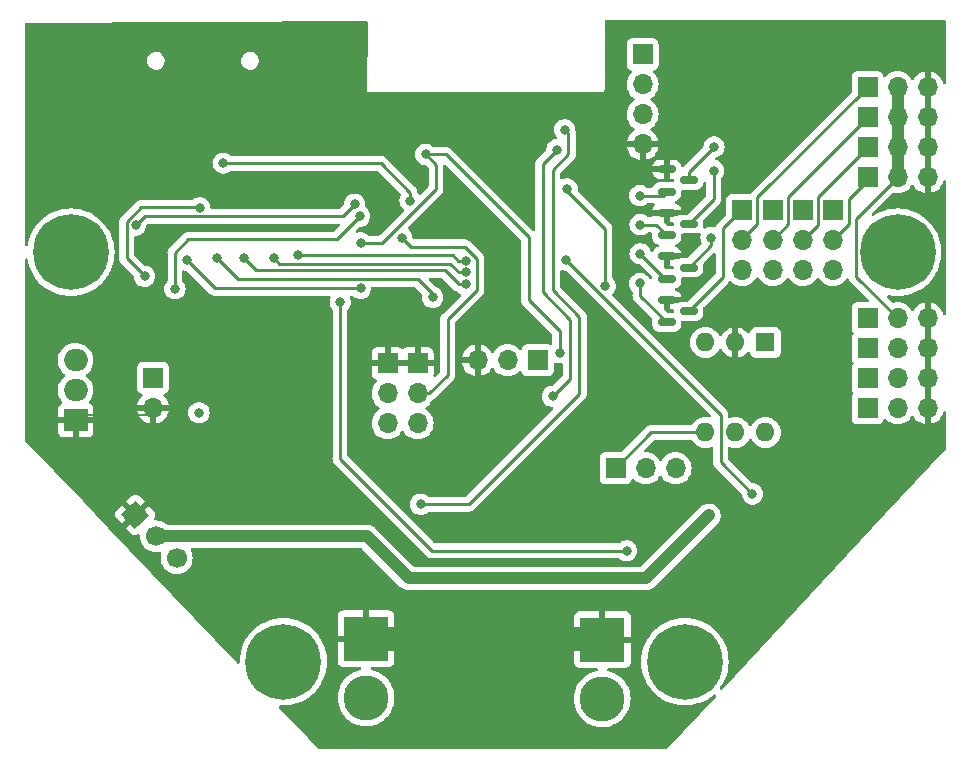
<source format=gbl>
G04 #@! TF.GenerationSoftware,KiCad,Pcbnew,7.0.1*
G04 #@! TF.CreationDate,2023-03-23T23:12:12+01:00*
G04 #@! TF.ProjectId,solarScavenger,736f6c61-7253-4636-9176-656e6765722e,rev?*
G04 #@! TF.SameCoordinates,Original*
G04 #@! TF.FileFunction,Copper,L2,Bot*
G04 #@! TF.FilePolarity,Positive*
%FSLAX46Y46*%
G04 Gerber Fmt 4.6, Leading zero omitted, Abs format (unit mm)*
G04 Created by KiCad (PCBNEW 7.0.1) date 2023-03-23 23:12:12*
%MOMM*%
%LPD*%
G01*
G04 APERTURE LIST*
G04 Aperture macros list*
%AMRoundRect*
0 Rectangle with rounded corners*
0 $1 Rounding radius*
0 $2 $3 $4 $5 $6 $7 $8 $9 X,Y pos of 4 corners*
0 Add a 4 corners polygon primitive as box body*
4,1,4,$2,$3,$4,$5,$6,$7,$8,$9,$2,$3,0*
0 Add four circle primitives for the rounded corners*
1,1,$1+$1,$2,$3*
1,1,$1+$1,$4,$5*
1,1,$1+$1,$6,$7*
1,1,$1+$1,$8,$9*
0 Add four rect primitives between the rounded corners*
20,1,$1+$1,$2,$3,$4,$5,0*
20,1,$1+$1,$4,$5,$6,$7,0*
20,1,$1+$1,$6,$7,$8,$9,0*
20,1,$1+$1,$8,$9,$2,$3,0*%
%AMHorizOval*
0 Thick line with rounded ends*
0 $1 width*
0 $2 $3 position (X,Y) of the first rounded end (center of the circle)*
0 $4 $5 position (X,Y) of the second rounded end (center of the circle)*
0 Add line between two ends*
20,1,$1,$2,$3,$4,$5,0*
0 Add two circle primitives to create the rounded ends*
1,1,$1,$2,$3*
1,1,$1,$4,$5*%
%AMRotRect*
0 Rectangle, with rotation*
0 The origin of the aperture is its center*
0 $1 length*
0 $2 width*
0 $3 Rotation angle, in degrees counterclockwise*
0 Add horizontal line*
21,1,$1,$2,0,0,$3*%
G04 Aperture macros list end*
G04 #@! TA.AperFunction,ComponentPad*
%ADD10R,1.700000X1.700000*%
G04 #@! TD*
G04 #@! TA.AperFunction,ComponentPad*
%ADD11O,1.700000X1.700000*%
G04 #@! TD*
G04 #@! TA.AperFunction,ComponentPad*
%ADD12R,3.800000X3.800000*%
G04 #@! TD*
G04 #@! TA.AperFunction,ComponentPad*
%ADD13C,3.800000*%
G04 #@! TD*
G04 #@! TA.AperFunction,ComponentPad*
%ADD14C,6.400000*%
G04 #@! TD*
G04 #@! TA.AperFunction,ComponentPad*
%ADD15R,2.000000X1.905000*%
G04 #@! TD*
G04 #@! TA.AperFunction,ComponentPad*
%ADD16O,2.000000X1.905000*%
G04 #@! TD*
G04 #@! TA.AperFunction,ComponentPad*
%ADD17RotRect,1.700000X1.700000X43.600000*%
G04 #@! TD*
G04 #@! TA.AperFunction,ComponentPad*
%ADD18HorizOval,1.700000X0.000000X0.000000X0.000000X0.000000X0*%
G04 #@! TD*
G04 #@! TA.AperFunction,ComponentPad*
%ADD19R,1.600000X1.600000*%
G04 #@! TD*
G04 #@! TA.AperFunction,ComponentPad*
%ADD20O,1.600000X1.600000*%
G04 #@! TD*
G04 #@! TA.AperFunction,SMDPad,CuDef*
%ADD21RoundRect,0.150000X-0.587500X-0.150000X0.587500X-0.150000X0.587500X0.150000X-0.587500X0.150000X0*%
G04 #@! TD*
G04 #@! TA.AperFunction,ViaPad*
%ADD22C,0.800000*%
G04 #@! TD*
G04 #@! TA.AperFunction,Conductor*
%ADD23C,0.200000*%
G04 #@! TD*
G04 #@! TA.AperFunction,Conductor*
%ADD24C,2.000000*%
G04 #@! TD*
G04 #@! TA.AperFunction,Conductor*
%ADD25C,0.250000*%
G04 #@! TD*
G04 #@! TA.AperFunction,Conductor*
%ADD26C,1.000000*%
G04 #@! TD*
G04 APERTURE END LIST*
D10*
G04 #@! TO.P,J7,1,Pin_1*
G04 #@! TO.N,MOTOR_SUPPLY_N*
X-40640000Y3810000D03*
D11*
G04 #@! TO.P,J7,2,Pin_2*
G04 #@! TO.N,RUDDER_ADC*
X-40640000Y1270000D03*
G04 #@! TO.P,J7,3,Pin_3*
G04 #@! TO.N,+3V3*
X-40640000Y-1270000D03*
G04 #@! TD*
D10*
G04 #@! TO.P,JP1,1,A*
G04 #@! TO.N,+3V3*
X-27940000Y4064000D03*
D11*
G04 #@! TO.P,JP1,2,C*
G04 #@! TO.N,ESP32_BOOT*
X-30480000Y4064000D03*
G04 #@! TO.P,JP1,3,B*
G04 #@! TO.N,MOTOR_SUPPLY_N*
X-33020000Y4064000D03*
G04 #@! TD*
D12*
G04 #@! TO.P,J1,1,Pin_1*
G04 #@! TO.N,MOTOR_SUPPLY_N*
X-22466000Y-19598000D03*
D13*
G04 #@! TO.P,J1,2,Pin_2*
G04 #@! TO.N,SUPPLY_IN_P*
X-22466000Y-24598000D03*
G04 #@! TD*
D10*
G04 #@! TO.P,JP11,1,A*
G04 #@! TO.N,Net-(JP11-A)*
X-2946400Y16789400D03*
D11*
G04 #@! TO.P,JP11,2,C*
G04 #@! TO.N,Net-(J24-Pin_1)*
X-2946400Y14249400D03*
G04 #@! TO.P,JP11,3,B*
G04 #@! TO.N,Net-(J23-Pin_1)*
X-2946400Y11709400D03*
G04 #@! TD*
D10*
G04 #@! TO.P,R5,1*
G04 #@! TO.N,LIGHT_SENSOR*
X-60502800Y2592000D03*
D11*
G04 #@! TO.P,R5,2*
G04 #@! TO.N,MOTOR_SUPPLY_N*
X-60502800Y52000D03*
G04 #@! TD*
D10*
G04 #@! TO.P,J8,1,Pin_1*
G04 #@! TO.N,MOTOR_SUPPLY_N*
X-38100000Y3810000D03*
D11*
G04 #@! TO.P,J8,2,Pin_2*
G04 #@! TO.N,THROTTLE_ADC*
X-38100000Y1270000D03*
G04 #@! TO.P,J8,3,Pin_3*
G04 #@! TO.N,+3V3*
X-38100000Y-1270000D03*
G04 #@! TD*
D14*
G04 #@! TO.P,REF\u002A\u002A,1*
G04 #@! TO.N,N/C*
X-67466000Y13208000D03*
G04 #@! TD*
D15*
G04 #@! TO.P,U3,1,GND*
G04 #@! TO.N,MOTOR_SUPPLY_N*
X-67056000Y-1016000D03*
D16*
G04 #@! TO.P,U3,2,VO*
G04 #@! TO.N,+3V3*
X-67056000Y1524000D03*
G04 #@! TO.P,U3,3,VI*
G04 #@! TO.N,+BATT*
X-67056000Y4064000D03*
G04 #@! TD*
D14*
G04 #@! TO.P,REF\u002A\u002A,1*
G04 #@! TO.N,N/C*
X2534000Y13208000D03*
G04 #@! TD*
D10*
G04 #@! TO.P,J4,1,Pin_1*
G04 #@! TO.N,ESC_PWM*
X-21336000Y-5080000D03*
D11*
G04 #@! TO.P,J4,2,Pin_2*
G04 #@! TO.N,ESC_5V*
X-18796000Y-5080000D03*
G04 #@! TO.P,J4,3,Pin_3*
G04 #@! TO.N,ESC_GND*
X-16256000Y-5080000D03*
G04 #@! TD*
D10*
G04 #@! TO.P,JP9,1,A*
G04 #@! TO.N,Net-(JP9-A)*
X-5486400Y16789400D03*
D11*
G04 #@! TO.P,JP9,2,C*
G04 #@! TO.N,Net-(J20-Pin_1)*
X-5486400Y14249400D03*
G04 #@! TO.P,JP9,3,B*
G04 #@! TO.N,Net-(J19-Pin_1)*
X-5486400Y11709400D03*
G04 #@! TD*
D12*
G04 #@! TO.P,J5,1,Pin_1*
G04 #@! TO.N,MOTOR_SUPPLY_N*
X-42466000Y-19518000D03*
D13*
G04 #@! TO.P,J5,2,Pin_2*
G04 #@! TO.N,MOTOR_SUPPLY_P*
X-42466000Y-24518000D03*
G04 #@! TD*
D10*
G04 #@! TO.P,J2,1,Pin_1*
G04 #@! TO.N,+3V3*
X-19050000Y29972000D03*
D11*
G04 #@! TO.P,J2,2,Pin_2*
G04 #@! TO.N,UART_TX*
X-19050000Y27432000D03*
G04 #@! TO.P,J2,3,Pin_3*
G04 #@! TO.N,UART_RX*
X-19050000Y24892000D03*
G04 #@! TO.P,J2,4,Pin_4*
G04 #@! TO.N,MOTOR_SUPPLY_N*
X-19050000Y22352000D03*
G04 #@! TD*
D10*
G04 #@! TO.P,J21,1,Pin_1*
G04 #@! TO.N,Net-(J21-Pin_1)*
X0Y2540000D03*
D11*
G04 #@! TO.P,J21,2,Pin_2*
G04 #@! TO.N,+BATT*
X2540000Y2540000D03*
G04 #@! TO.P,J21,3,Pin_3*
G04 #@! TO.N,MOTOR_SUPPLY_N*
X5080000Y2540000D03*
G04 #@! TD*
D10*
G04 #@! TO.P,J20,1,Pin_1*
G04 #@! TO.N,Net-(J20-Pin_1)*
X0Y22098000D03*
D11*
G04 #@! TO.P,J20,2,Pin_2*
G04 #@! TO.N,+BATT*
X2540000Y22098000D03*
G04 #@! TO.P,J20,3,Pin_3*
G04 #@! TO.N,MOTOR_SUPPLY_N*
X5080000Y22098000D03*
G04 #@! TD*
D10*
G04 #@! TO.P,JP8,1,A*
G04 #@! TO.N,Net-(JP8-A)*
X-10617200Y16789400D03*
D11*
G04 #@! TO.P,JP8,2,C*
G04 #@! TO.N,Net-(J18-Pin_1)*
X-10617200Y14249400D03*
G04 #@! TO.P,JP8,3,B*
G04 #@! TO.N,Net-(J17-Pin_1)*
X-10617200Y11709400D03*
G04 #@! TD*
D14*
G04 #@! TO.P,REF\u002A\u002A,1*
G04 #@! TO.N,N/C*
X-49466000Y-21452000D03*
G04 #@! TD*
D10*
G04 #@! TO.P,J18,1,Pin_1*
G04 #@! TO.N,Net-(J18-Pin_1)*
X0Y27178000D03*
D11*
G04 #@! TO.P,J18,2,Pin_2*
G04 #@! TO.N,+BATT*
X2540000Y27178000D03*
G04 #@! TO.P,J18,3,Pin_3*
G04 #@! TO.N,MOTOR_SUPPLY_N*
X5080000Y27178000D03*
G04 #@! TD*
D10*
G04 #@! TO.P,JP10,1,A*
G04 #@! TO.N,Net-(JP10-A)*
X-8026400Y16789400D03*
D11*
G04 #@! TO.P,JP10,2,C*
G04 #@! TO.N,Net-(J22-Pin_1)*
X-8026400Y14249400D03*
G04 #@! TO.P,JP10,3,B*
G04 #@! TO.N,Net-(J21-Pin_1)*
X-8026400Y11709400D03*
G04 #@! TD*
D17*
G04 #@! TO.P,J3,1,Pin_1*
G04 #@! TO.N,MOTOR_SUPPLY_N*
X-62000434Y-9006403D03*
D18*
G04 #@! TO.P,J3,2,Pin_2*
G04 #@! TO.N,+BATT*
X-60248800Y-10845800D03*
G04 #@! TO.P,J3,3,Pin_3*
G04 #@! TO.N,unconnected-(J3-Pin_3-Pad3)*
X-58497167Y-12685196D03*
G04 #@! TD*
D10*
G04 #@! TO.P,J22,1,Pin_1*
G04 #@! TO.N,Net-(J22-Pin_1)*
X0Y24638000D03*
D11*
G04 #@! TO.P,J22,2,Pin_2*
G04 #@! TO.N,+BATT*
X2540000Y24638000D03*
G04 #@! TO.P,J22,3,Pin_3*
G04 #@! TO.N,MOTOR_SUPPLY_N*
X5080000Y24638000D03*
G04 #@! TD*
D10*
G04 #@! TO.P,J23,1,Pin_1*
G04 #@! TO.N,Net-(J23-Pin_1)*
X0Y7620000D03*
D11*
G04 #@! TO.P,J23,2,Pin_2*
G04 #@! TO.N,+BATT*
X2540000Y7620000D03*
G04 #@! TO.P,J23,3,Pin_3*
G04 #@! TO.N,MOTOR_SUPPLY_N*
X5080000Y7620000D03*
G04 #@! TD*
D14*
G04 #@! TO.P,REF\u002A\u002A,1*
G04 #@! TO.N,N/C*
X-15466000Y-21452000D03*
G04 #@! TD*
D10*
G04 #@! TO.P,J17,1,Pin_1*
G04 #@! TO.N,Net-(J17-Pin_1)*
X0Y0D03*
D11*
G04 #@! TO.P,J17,2,Pin_2*
G04 #@! TO.N,+BATT*
X2540000Y0D03*
G04 #@! TO.P,J17,3,Pin_3*
G04 #@! TO.N,MOTOR_SUPPLY_N*
X5080000Y0D03*
G04 #@! TD*
D10*
G04 #@! TO.P,J24,1,Pin_1*
G04 #@! TO.N,Net-(J24-Pin_1)*
X0Y19558000D03*
D11*
G04 #@! TO.P,J24,2,Pin_2*
G04 #@! TO.N,+BATT*
X2540000Y19558000D03*
G04 #@! TO.P,J24,3,Pin_3*
G04 #@! TO.N,MOTOR_SUPPLY_N*
X5080000Y19558000D03*
G04 #@! TD*
D10*
G04 #@! TO.P,J19,1,Pin_1*
G04 #@! TO.N,Net-(J19-Pin_1)*
X15000Y5080000D03*
D11*
G04 #@! TO.P,J19,2,Pin_2*
G04 #@! TO.N,+BATT*
X2555000Y5080000D03*
G04 #@! TO.P,J19,3,Pin_3*
G04 #@! TO.N,MOTOR_SUPPLY_N*
X5095000Y5080000D03*
G04 #@! TD*
D19*
G04 #@! TO.P,U2,1*
G04 #@! TO.N,Net-(R3-Pad2)*
X-8651000Y5578000D03*
D20*
G04 #@! TO.P,U2,2*
G04 #@! TO.N,MOTOR_SUPPLY_N*
X-11191000Y5578000D03*
G04 #@! TO.P,U2,3,NC*
G04 #@! TO.N,unconnected-(U2-NC-Pad3)*
X-13731000Y5578000D03*
G04 #@! TO.P,U2,4*
G04 #@! TO.N,ESC_PWM*
X-13731000Y-2042000D03*
G04 #@! TO.P,U2,5*
G04 #@! TO.N,ESC_5V*
X-11191000Y-2042000D03*
G04 #@! TO.P,U2,6*
G04 #@! TO.N,unconnected-(U2-Pad6)*
X-8651000Y-2042000D03*
G04 #@! TD*
D21*
G04 #@! TO.P,Q4,1,G*
G04 #@! TO.N,Net-(Q4-G)*
X-17013400Y14654066D03*
G04 #@! TO.P,Q4,2,S*
G04 #@! TO.N,MOTOR_SUPPLY_N*
X-17013400Y16554066D03*
G04 #@! TO.P,Q4,3,D*
G04 #@! TO.N,Net-(JP9-A)*
X-15138400Y15604066D03*
G04 #@! TD*
G04 #@! TO.P,Q5,1,G*
G04 #@! TO.N,Net-(Q5-G)*
X-17013400Y10962600D03*
G04 #@! TO.P,Q5,2,S*
G04 #@! TO.N,MOTOR_SUPPLY_N*
X-17013400Y12862600D03*
G04 #@! TO.P,Q5,3,D*
G04 #@! TO.N,Net-(JP10-A)*
X-15138400Y11912600D03*
G04 #@! TD*
G04 #@! TO.P,Q6,1,G*
G04 #@! TO.N,Net-(Q6-G)*
X-17013400Y18345532D03*
G04 #@! TO.P,Q6,2,S*
G04 #@! TO.N,MOTOR_SUPPLY_N*
X-17013400Y20245532D03*
G04 #@! TO.P,Q6,3,D*
G04 #@! TO.N,Net-(JP11-A)*
X-15138400Y19295532D03*
G04 #@! TD*
G04 #@! TO.P,Q2,1,G*
G04 #@! TO.N,Net-(Q2-G)*
X-17013400Y7271132D03*
G04 #@! TO.P,Q2,2,S*
G04 #@! TO.N,MOTOR_SUPPLY_N*
X-17013400Y9171132D03*
G04 #@! TO.P,Q2,3,D*
G04 #@! TO.N,Net-(JP8-A)*
X-15138400Y8221132D03*
G04 #@! TD*
D22*
G04 #@! TO.N,MOTOR_SUPPLY_N*
X-47675800Y25273000D03*
X-51511200Y4851400D03*
X-31267400Y25298400D03*
X-49047400Y23825200D03*
X-53035200Y1295400D03*
X-29718000Y22326600D03*
X-61493400Y18389600D03*
X-58572400Y20955000D03*
X-54787800Y3886200D03*
X-13360400Y11861800D03*
X-34137600Y25628600D03*
X-47320200Y21742400D03*
X-15138400Y13970000D03*
X-34213800Y22377400D03*
X-49631600Y3200400D03*
X-55346600Y23520400D03*
G04 #@! TO.N,+3V3*
X-56616600Y-381000D03*
X-56554500Y16980500D03*
X-61214000Y11176000D03*
G04 #@! TO.N,/SD_DATA2*
X-42926000Y10160000D03*
X-57658000Y12539500D03*
G04 #@! TO.N,/SD_DATA3*
X-55118000Y12700000D03*
X-36830000Y9398000D03*
G04 #@! TO.N,/SD_CMD*
X-34037967Y10498581D03*
X-52832000Y12700000D03*
G04 #@! TO.N,/SD_CLK*
X-38735000Y17576800D03*
X-54559200Y20751800D03*
G04 #@! TO.N,/SD_DATA0*
X-34008996Y11497663D03*
X-50292000Y12700000D03*
G04 #@! TO.N,/SD_DATA1*
X-48260000Y12954000D03*
X-34036000Y12496800D03*
G04 #@! TO.N,LED_2*
X-20396200Y-12065000D03*
X-44653200Y8991600D03*
G04 #@! TO.N,LED_1*
X-9753600Y-7264400D03*
X-25527000Y12547600D03*
G04 #@! TO.N,PWM_TO_ESC*
X-22225000Y10363200D03*
X-25438100Y18580100D03*
G04 #@! TO.N,MOTOR_VOLTAGE*
X-42926000Y13995400D03*
X-26060400Y4699000D03*
X-37414200Y21488400D03*
G04 #@! TO.N,INA_SDA*
X-26670000Y1016000D03*
X-26289000Y21894800D03*
G04 #@! TO.N,INA_SCL*
X-25649348Y23584500D03*
X-37846000Y-8128000D03*
G04 #@! TO.N,THROTTLE_ADC*
X-39459500Y14452600D03*
G04 #@! TO.N,LIGHT_SENSOR*
X-61976000Y15494000D03*
X-43437498Y17268502D03*
G04 #@! TO.N,+BATT*
X-13436600Y-9067800D03*
G04 #@! TO.N,Net-(JP9-A)*
X-13030200Y20116800D03*
G04 #@! TO.N,Net-(JP10-A)*
X-13258800Y14452600D03*
G04 #@! TO.N,Net-(JP11-A)*
X-13004800Y22123400D03*
G04 #@! TO.N,Net-(Q2-G)*
X-19278600Y10566400D03*
G04 #@! TO.N,Net-(Q4-G)*
X-19253200Y15544800D03*
G04 #@! TO.N,Net-(Q5-G)*
X-19253200Y13081000D03*
G04 #@! TO.N,Net-(Q6-G)*
X-19278600Y18008600D03*
G04 #@! TO.N,BATT_SENSOR*
X-43002200Y16256000D03*
X-58648600Y10109200D03*
G04 #@! TD*
D23*
G04 #@! TO.N,MOTOR_SUPPLY_N*
X-66649600Y-609600D02*
X-67056000Y-1016000D01*
D24*
X-42466000Y-19518000D02*
X-22546000Y-19518000D01*
D23*
X-61164400Y-609600D02*
X-66649600Y-609600D01*
D24*
X-22546000Y-19518000D02*
X-22466000Y-19598000D01*
D23*
X-60502800Y52000D02*
X-61164400Y-609600D01*
D25*
G04 #@! TO.N,+3V3*
X-62738000Y15757305D02*
X-62738000Y12700000D01*
X-61477305Y17018000D02*
X-62738000Y15757305D01*
X-56592000Y17018000D02*
X-61477305Y17018000D01*
X-62738000Y12700000D02*
X-61214000Y11176000D01*
X-56554500Y16980500D02*
X-56592000Y17018000D01*
G04 #@! TO.N,ESC_PWM*
X-18298000Y-2042000D02*
X-13731000Y-2042000D01*
X-21336000Y-5080000D02*
X-18298000Y-2042000D01*
G04 #@! TO.N,/SD_DATA2*
X-55278500Y10160000D02*
X-57658000Y12539500D01*
X-42926000Y10160000D02*
X-55278500Y10160000D01*
G04 #@! TO.N,/SD_DATA3*
X-36830000Y9652000D02*
X-36830000Y9398000D01*
X-55118000Y12700000D02*
X-53340000Y10922000D01*
X-38100000Y10922000D02*
X-36830000Y9652000D01*
X-53340000Y10922000D02*
X-38100000Y10922000D01*
G04 #@! TO.N,/SD_CMD*
X-34628581Y10498581D02*
X-35814000Y11684000D01*
X-34037967Y10498581D02*
X-34628581Y10498581D01*
X-35814000Y11684000D02*
X-51816000Y11684000D01*
X-51816000Y11684000D02*
X-52832000Y12700000D01*
G04 #@! TO.N,/SD_CLK*
X-38735000Y17576800D02*
X-38735000Y18262600D01*
X-38735000Y18262600D02*
X-41224200Y20751800D01*
X-41224200Y20751800D02*
X-54559200Y20751800D01*
G04 #@! TO.N,/SD_DATA0*
X-35343000Y12229000D02*
X-49821000Y12229000D01*
X-34008996Y11497663D02*
X-34611663Y11497663D01*
X-34611663Y11497663D02*
X-35343000Y12229000D01*
X-49821000Y12229000D02*
X-50292000Y12700000D01*
G04 #@! TO.N,/SD_DATA1*
X-34671000Y12496800D02*
X-35128200Y12954000D01*
X-34036000Y12496800D02*
X-34671000Y12496800D01*
X-35128200Y12954000D02*
X-48260000Y12954000D01*
G04 #@! TO.N,LED_2*
X-44678600Y-4292600D02*
X-36906200Y-12065000D01*
X-44678600Y8966200D02*
X-44678600Y-4292600D01*
X-44653200Y8991600D02*
X-44678600Y8966200D01*
X-36906200Y-12065000D02*
X-20396200Y-12065000D01*
G04 #@! TO.N,LED_1*
X-9753600Y-7264400D02*
X-12446000Y-4572000D01*
X-12446000Y-4572000D02*
X-12446000Y-533400D01*
X-12446000Y-533400D02*
X-25527000Y12547600D01*
G04 #@! TO.N,PWM_TO_ESC*
X-25438100Y18402300D02*
X-22225000Y15189200D01*
X-25438100Y18580100D02*
X-25438100Y18402300D01*
X-22225000Y15189200D02*
X-22225000Y10363200D01*
G04 #@! TO.N,MOTOR_VOLTAGE*
X-37414200Y21488400D02*
X-36550600Y20624800D01*
X-36550600Y20624800D02*
X-36550600Y18542000D01*
X-28702000Y14487305D02*
X-28702000Y9144000D01*
X-35703095Y21488400D02*
X-28702000Y14487305D01*
X-41097200Y13995400D02*
X-42926000Y13995400D01*
X-37414200Y21488400D02*
X-35703095Y21488400D01*
X-36550600Y18542000D02*
X-41097200Y13995400D01*
X-26060400Y6502400D02*
X-26060400Y4699000D01*
X-28702000Y9144000D02*
X-26060400Y6502400D01*
G04 #@! TO.N,INA_SDA*
X-27508200Y20675600D02*
X-27508200Y9804400D01*
X-26289000Y21894800D02*
X-27508200Y20675600D01*
X-25171400Y2514600D02*
X-26670000Y1016000D01*
X-27508200Y9804400D02*
X-25171400Y7467600D01*
X-25171400Y7467600D02*
X-25171400Y2514600D01*
G04 #@! TO.N,INA_SCL*
X-25323800Y23258952D02*
X-25649348Y23584500D01*
X-24409400Y1244600D02*
X-24409400Y7747000D01*
X-37846000Y-8128000D02*
X-33782000Y-8128000D01*
X-26644600Y20167600D02*
X-25323800Y21488400D01*
X-25323800Y21488400D02*
X-25323800Y23258952D01*
X-33782000Y-8128000D02*
X-24409400Y1244600D01*
X-24409400Y7747000D02*
X-26644600Y9982200D01*
X-26644600Y9982200D02*
X-26644600Y20167600D01*
G04 #@! TO.N,THROTTLE_ADC*
X-33070800Y10007600D02*
X-35560000Y7518400D01*
X-35560000Y7518400D02*
X-35560000Y2819400D01*
X-34112200Y13665200D02*
X-33070800Y12623800D01*
X-33070800Y12623800D02*
X-33070800Y10007600D01*
X-37109400Y1270000D02*
X-38100000Y1270000D01*
X-39459500Y14452600D02*
X-38672100Y13665200D01*
X-35560000Y2819400D02*
X-37109400Y1270000D01*
X-38672100Y13665200D02*
X-34112200Y13665200D01*
G04 #@! TO.N,LIGHT_SENSOR*
X-61214000Y16256000D02*
X-61976000Y15494000D01*
X-43437498Y17268502D02*
X-44450000Y16256000D01*
X-44450000Y16256000D02*
X-61214000Y16256000D01*
G04 #@! TO.N,+BATT*
X-991000Y16027000D02*
X-991000Y11151000D01*
D26*
X-18770600Y-14401800D02*
X-13436600Y-9067800D01*
D25*
X2540000Y19558000D02*
X-991000Y16027000D01*
D26*
X-42392600Y-10845800D02*
X-38836600Y-14401800D01*
X-60248800Y-10845800D02*
X-42392600Y-10845800D01*
X2540000Y27178000D02*
X2540000Y19558000D01*
X-38836600Y-14401800D02*
X-18770600Y-14401800D01*
D25*
X-991000Y11151000D02*
X2540000Y7620000D01*
G04 #@! TO.N,Net-(J18-Pin_1)*
X-9321800Y15610600D02*
X-9321800Y17856200D01*
X-9321800Y17856200D02*
X0Y27178000D01*
X-10617200Y14315200D02*
X-9321800Y15610600D01*
G04 #@! TO.N,Net-(J20-Pin_1)*
X-4216400Y17881600D02*
X0Y22098000D01*
X-5486400Y14264400D02*
X-4216400Y15534400D01*
X-4216400Y15534400D02*
X-4216400Y17881600D01*
G04 #@! TO.N,Net-(J22-Pin_1)*
X-6731000Y15559800D02*
X-6731000Y17907000D01*
X-8026400Y14264400D02*
X-6731000Y15559800D01*
X-6731000Y17907000D02*
X0Y24638000D01*
G04 #@! TO.N,Net-(J24-Pin_1)*
X0Y19304000D02*
X0Y19558000D01*
X-1574800Y15621000D02*
X-1574800Y17729200D01*
X-1574800Y17729200D02*
X0Y19304000D01*
X-2946400Y14249400D02*
X-1574800Y15621000D01*
G04 #@! TO.N,Net-(JP8-A)*
X-15138400Y8221132D02*
X-12217400Y11142132D01*
X-12217400Y11142132D02*
X-12217400Y15255000D01*
X-12217400Y15255000D02*
X-10617200Y16855200D01*
G04 #@! TO.N,Net-(JP9-A)*
X-13030200Y20116800D02*
X-13030200Y17712266D01*
X-13030200Y17712266D02*
X-15138400Y15604066D01*
G04 #@! TO.N,Net-(JP10-A)*
X-13258800Y13792200D02*
X-15138400Y11912600D01*
X-13258800Y14452600D02*
X-13258800Y13792200D01*
G04 #@! TO.N,Net-(JP11-A)*
X-15138400Y19295532D02*
X-15138400Y19989800D01*
X-15138400Y19989800D02*
X-13004800Y22123400D01*
G04 #@! TO.N,Net-(Q2-G)*
X-19278600Y10566400D02*
X-19278600Y9536332D01*
X-19278600Y9536332D02*
X-17013400Y7271132D01*
G04 #@! TO.N,Net-(Q4-G)*
X-17904134Y15544800D02*
X-17013400Y14654066D01*
X-19253200Y15544800D02*
X-17904134Y15544800D01*
G04 #@! TO.N,Net-(Q5-G)*
X-19253200Y13081000D02*
X-17134800Y10962600D01*
X-17134800Y10962600D02*
X-17013400Y10962600D01*
G04 #@! TO.N,Net-(Q6-G)*
X-17350332Y18008600D02*
X-17013400Y18345532D01*
X-19278600Y18008600D02*
X-17350332Y18008600D01*
G04 #@! TO.N,BATT_SENSOR*
X-58648600Y10109200D02*
X-58648600Y13157200D01*
X-44958000Y14300200D02*
X-43002200Y16256000D01*
X-57505600Y14300200D02*
X-44958000Y14300200D01*
X-58648600Y13157200D02*
X-57505600Y14300200D01*
G04 #@! TD*
G04 #@! TA.AperFunction,Conductor*
G04 #@! TO.N,MOTOR_SUPPLY_N*
G36*
X-12894015Y13124466D02*
G01*
X-12856415Y13080443D01*
X-12842900Y13024148D01*
X-12842900Y11452584D01*
X-12852339Y11405131D01*
X-12879219Y11364903D01*
X-15186172Y9057951D01*
X-15226400Y9031071D01*
X-15273853Y9021632D01*
X-15791594Y9021632D01*
X-15803886Y9020665D01*
X-15828473Y9018730D01*
X-15986298Y8972877D01*
X-16044594Y8938400D01*
X-16107715Y8921132D01*
X-16763400Y8921132D01*
X-16763400Y8371132D01*
X-16500400Y8371132D01*
X-16438400Y8354519D01*
X-16393013Y8309132D01*
X-16376400Y8247132D01*
X-16376400Y8195632D01*
X-16393013Y8133632D01*
X-16438400Y8088245D01*
X-16500400Y8071632D01*
X-16877948Y8071632D01*
X-16925401Y8081071D01*
X-16965629Y8107951D01*
X-17227081Y8369403D01*
X-17253961Y8409631D01*
X-17263400Y8457084D01*
X-17263400Y9297132D01*
X-17246787Y9359132D01*
X-17201400Y9404519D01*
X-17139400Y9421132D01*
X-15778605Y9421132D01*
X-15778605Y9421133D01*
X-15778801Y9423621D01*
X-15824620Y9581333D01*
X-15908218Y9722690D01*
X-16024343Y9838815D01*
X-16165703Y9922415D01*
X-16252150Y9947530D01*
X-16306331Y9980034D01*
X-16337463Y10035015D01*
X-16337463Y10098198D01*
X-16306331Y10153179D01*
X-16252150Y10185682D01*
X-16185755Y10204972D01*
X-16165502Y10210856D01*
X-16024035Y10294519D01*
X-15907819Y10410735D01*
X-15824156Y10552202D01*
X-15778302Y10710031D01*
X-15775400Y10746906D01*
X-15775400Y10988100D01*
X-15758787Y11050100D01*
X-15713400Y11095487D01*
X-15651400Y11112100D01*
X-14485208Y11112100D01*
X-14485206Y11112100D01*
X-14448331Y11115002D01*
X-14290502Y11160856D01*
X-14149035Y11244519D01*
X-14032819Y11360735D01*
X-13949156Y11502202D01*
X-13903302Y11660031D01*
X-13900400Y11696906D01*
X-13900400Y12128294D01*
X-13903302Y12165169D01*
X-13904891Y12170639D01*
X-13905919Y12236072D01*
X-13873498Y12292914D01*
X-13054582Y13111829D01*
X-13005218Y13142079D01*
X-12947502Y13146621D01*
X-12894015Y13124466D01*
G37*
G04 #@! TD.AperFunction*
G04 #@! TA.AperFunction,Conductor*
G36*
X-14154635Y14823092D02*
G01*
X-14122885Y14764798D01*
X-14125751Y14698481D01*
X-14144474Y14640860D01*
X-14164260Y14452600D01*
X-14144474Y14264343D01*
X-14085980Y14084317D01*
X-14047646Y14017920D01*
X-14031506Y13966728D01*
X-14038512Y13913510D01*
X-14067353Y13868240D01*
X-15186172Y12749419D01*
X-15226400Y12722539D01*
X-15273853Y12713100D01*
X-15791594Y12713100D01*
X-15803886Y12712133D01*
X-15828473Y12710198D01*
X-15986298Y12664345D01*
X-16044594Y12629868D01*
X-16107715Y12612600D01*
X-16763400Y12612600D01*
X-16763400Y12062600D01*
X-16500400Y12062600D01*
X-16438400Y12045987D01*
X-16393013Y12000600D01*
X-16376400Y11938600D01*
X-16376400Y11887100D01*
X-16393013Y11825100D01*
X-16438400Y11779713D01*
X-16500400Y11763100D01*
X-16999348Y11763100D01*
X-17046801Y11772539D01*
X-17087029Y11799419D01*
X-17227081Y11939471D01*
X-17253961Y11979699D01*
X-17263400Y12027152D01*
X-17263400Y12988600D01*
X-17246787Y13050600D01*
X-17201400Y13095987D01*
X-17139400Y13112600D01*
X-15778605Y13112600D01*
X-15778605Y13112601D01*
X-15778801Y13115089D01*
X-15824620Y13272801D01*
X-15908218Y13414158D01*
X-16024343Y13530283D01*
X-16165703Y13613883D01*
X-16252147Y13638997D01*
X-16306328Y13671501D01*
X-16337460Y13726481D01*
X-16337460Y13789665D01*
X-16306328Y13844646D01*
X-16252147Y13877149D01*
X-16232349Y13882901D01*
X-16165502Y13902322D01*
X-16024035Y13985985D01*
X-15907819Y14102201D01*
X-15824156Y14243668D01*
X-15778302Y14401497D01*
X-15775400Y14438372D01*
X-15775400Y14679566D01*
X-15758787Y14741566D01*
X-15713400Y14786953D01*
X-15651400Y14803566D01*
X-14485208Y14803566D01*
X-14485206Y14803566D01*
X-14448331Y14806468D01*
X-14290502Y14852322D01*
X-14290501Y14852324D01*
X-14278278Y14855874D01*
X-14211903Y14856657D01*
X-14154635Y14823092D01*
G37*
G04 #@! TD.AperFunction*
G04 #@! TA.AperFunction,Conductor*
G36*
X5098426Y32857302D02*
G01*
X6502052Y32855476D01*
X6563984Y32838809D01*
X6609305Y32793429D01*
X6625891Y32731476D01*
X6625891Y27566531D01*
X6611880Y27509274D01*
X6573015Y27464956D01*
X6518076Y27443592D01*
X6459481Y27450009D01*
X6410469Y27482758D01*
X6382116Y27534437D01*
X6353430Y27641493D01*
X6253599Y27855579D01*
X6118109Y28049079D01*
X5951081Y28216107D01*
X5757576Y28351601D01*
X5543492Y28451431D01*
X5330000Y28508636D01*
X5330000Y18227365D01*
X5543492Y18284570D01*
X5757576Y18384400D01*
X5951081Y18519894D01*
X6118106Y18686919D01*
X6253600Y18880424D01*
X6353430Y19094508D01*
X6382116Y19201563D01*
X6410469Y19253242D01*
X6459481Y19285991D01*
X6518076Y19292408D01*
X6573015Y19271044D01*
X6611880Y19226726D01*
X6625891Y19169469D01*
X6625891Y8008531D01*
X6611880Y7951274D01*
X6573015Y7906956D01*
X6518076Y7885592D01*
X6459481Y7892009D01*
X6410469Y7924758D01*
X6382116Y7976437D01*
X6353430Y8083493D01*
X6253599Y8297579D01*
X6118109Y8491079D01*
X5951081Y8658107D01*
X5757576Y8793601D01*
X5543492Y8893431D01*
X5330000Y8950636D01*
X5330000Y6459413D01*
X5335561Y6451091D01*
X5345000Y6403638D01*
X5345000Y3756362D01*
X5335561Y3708909D01*
X5330000Y3700587D01*
X5330000Y-1330635D01*
X5543492Y-1273430D01*
X5757576Y-1173600D01*
X5951081Y-1038106D01*
X6118106Y-871081D01*
X6253600Y-677576D01*
X6353430Y-463492D01*
X6382116Y-356437D01*
X6410469Y-304758D01*
X6459481Y-272009D01*
X6518076Y-265592D01*
X6573015Y-286956D01*
X6611880Y-331274D01*
X6625891Y-388531D01*
X6625891Y-3417936D01*
X6617293Y-3463304D01*
X6592693Y-3502381D01*
X1490004Y-8989144D01*
X-12306405Y-23823992D01*
X-12359443Y-23857656D01*
X-12422173Y-23861007D01*
X-12478496Y-23833184D01*
X-12513955Y-23781330D01*
X-12519451Y-23718751D01*
X-12493573Y-23661510D01*
X-12468124Y-23630084D01*
X-12292249Y-23359260D01*
X-12256877Y-23304793D01*
X-12154687Y-23104233D01*
X-12080786Y-22959194D01*
X-11941786Y-22597087D01*
X-11841398Y-22222433D01*
X-11780722Y-21839338D01*
X-11760422Y-21452000D01*
X-11780722Y-21064662D01*
X-11811061Y-20873114D01*
X-11841397Y-20681570D01*
X-11941786Y-20306913D01*
X-12080786Y-19944806D01*
X-12256877Y-19599206D01*
X-12468122Y-19273919D01*
X-12472915Y-19268000D01*
X-12712219Y-18972484D01*
X-12986484Y-18698219D01*
X-13287916Y-18454124D01*
X-13287918Y-18454123D01*
X-13287920Y-18454121D01*
X-13613207Y-18242876D01*
X-13958807Y-18066785D01*
X-14320914Y-17927785D01*
X-14695571Y-17827396D01*
X-15078660Y-17766722D01*
X-15336888Y-17753188D01*
X-15466000Y-17746422D01*
X-15466001Y-17746422D01*
X-15853341Y-17766722D01*
X-16236430Y-17827396D01*
X-16611087Y-17927785D01*
X-16973194Y-18066785D01*
X-17318794Y-18242876D01*
X-17644081Y-18454121D01*
X-17945520Y-18698222D01*
X-18219778Y-18972480D01*
X-18463879Y-19273919D01*
X-18675124Y-19599206D01*
X-18851215Y-19944806D01*
X-18990215Y-20306913D01*
X-19090604Y-20681570D01*
X-19151278Y-21064659D01*
X-19171578Y-21451999D01*
X-19151278Y-21839340D01*
X-19090604Y-22222429D01*
X-18990215Y-22597086D01*
X-18851215Y-22959193D01*
X-18675124Y-23304793D01*
X-18463879Y-23630080D01*
X-18463876Y-23630084D01*
X-18219781Y-23931516D01*
X-17945516Y-24205781D01*
X-17644084Y-24449876D01*
X-17644082Y-24449877D01*
X-17644081Y-24449878D01*
X-17318794Y-24661123D01*
X-16973194Y-24837214D01*
X-16611087Y-24976214D01*
X-16236430Y-25076603D01*
X-16044886Y-25106939D01*
X-15853338Y-25137278D01*
X-15466000Y-25157578D01*
X-15078662Y-25137278D01*
X-14829314Y-25097785D01*
X-14695571Y-25076603D01*
X-14695567Y-25076602D01*
X-14320913Y-24976214D01*
X-13958806Y-24837214D01*
X-13613211Y-24661125D01*
X-13613212Y-24661125D01*
X-13613207Y-24661123D01*
X-13392818Y-24518000D01*
X-13287916Y-24449876D01*
X-13034990Y-24245059D01*
X-12979228Y-24219444D01*
X-12918008Y-24223704D01*
X-12866327Y-24256799D01*
X-12836846Y-24310622D01*
X-12836783Y-24371991D01*
X-12866156Y-24425874D01*
X-16959324Y-28827131D01*
X-17000605Y-28856367D01*
X-17050126Y-28866685D01*
X-46406930Y-28866685D01*
X-46455804Y-28856647D01*
X-46496765Y-28828159D01*
X-48237606Y-26998500D01*
X-49801970Y-25354321D01*
X-49831174Y-25303568D01*
X-49833833Y-25245071D01*
X-49809352Y-25191876D01*
X-49763191Y-25155847D01*
X-49705647Y-25145018D01*
X-49466000Y-25157578D01*
X-49078662Y-25137278D01*
X-48829314Y-25097785D01*
X-48695571Y-25076603D01*
X-48695567Y-25076602D01*
X-48320913Y-24976214D01*
X-47958806Y-24837214D01*
X-47613211Y-24661125D01*
X-47613212Y-24661125D01*
X-47613207Y-24661123D01*
X-47392818Y-24518000D01*
X-47392816Y-24517999D01*
X-44871247Y-24517999D01*
X-44852281Y-24819452D01*
X-44795681Y-25116163D01*
X-44702342Y-25403428D01*
X-44573732Y-25676739D01*
X-44522964Y-25756736D01*
X-44411885Y-25931768D01*
X-44345705Y-26011766D01*
X-44219350Y-26164503D01*
X-43999161Y-26371276D01*
X-43754796Y-26548816D01*
X-43622450Y-26621574D01*
X-43490104Y-26694332D01*
X-43349684Y-26749928D01*
X-43209263Y-26805525D01*
X-43054859Y-26845168D01*
X-42916698Y-26880642D01*
X-42667686Y-26912100D01*
X-42617028Y-26918500D01*
X-42617027Y-26918500D01*
X-42314973Y-26918500D01*
X-42314972Y-26918500D01*
X-42271640Y-26913025D01*
X-42015302Y-26880642D01*
X-41722738Y-26805525D01*
X-41441896Y-26694332D01*
X-41177205Y-26548816D01*
X-41042949Y-26451274D01*
X-40932840Y-26371276D01*
X-40908921Y-26348814D01*
X-40712651Y-26164504D01*
X-40520115Y-25931768D01*
X-40358267Y-25676736D01*
X-40229659Y-25403430D01*
X-40136319Y-25116160D01*
X-40079720Y-24819457D01*
X-40065787Y-24598000D01*
X-24871247Y-24598000D01*
X-24852281Y-24899452D01*
X-24795681Y-25196163D01*
X-24702342Y-25483428D01*
X-24573732Y-25756739D01*
X-24449032Y-25953234D01*
X-24411885Y-26011768D01*
X-24285531Y-26164504D01*
X-24219350Y-26244503D01*
X-23999161Y-26451276D01*
X-23754796Y-26628816D01*
X-23635623Y-26694332D01*
X-23490104Y-26774332D01*
X-23411319Y-26805525D01*
X-23209263Y-26885525D01*
X-23080832Y-26918500D01*
X-22916698Y-26960642D01*
X-22667686Y-26992100D01*
X-22617028Y-26998500D01*
X-22617027Y-26998500D01*
X-22314973Y-26998500D01*
X-22314972Y-26998500D01*
X-22271640Y-26993025D01*
X-22015302Y-26960642D01*
X-21722738Y-26885525D01*
X-21441896Y-26774332D01*
X-21177205Y-26628816D01*
X-21177206Y-26628816D01*
X-20932840Y-26451276D01*
X-20847647Y-26371274D01*
X-20712651Y-26244504D01*
X-20520115Y-26011768D01*
X-20358267Y-25756736D01*
X-20229659Y-25483430D01*
X-20136319Y-25196160D01*
X-20079720Y-24899457D01*
X-20060754Y-24598000D01*
X-20079720Y-24296543D01*
X-20136319Y-23999840D01*
X-20229659Y-23712570D01*
X-20358267Y-23439264D01*
X-20358268Y-23439263D01*
X-20358269Y-23439260D01*
X-20443607Y-23304789D01*
X-20520115Y-23184232D01*
X-20712651Y-22951496D01*
X-20797842Y-22871496D01*
X-20932840Y-22744723D01*
X-21177205Y-22567183D01*
X-21441898Y-22421667D01*
X-21722738Y-22310474D01*
X-21989028Y-22242104D01*
X-22041163Y-22214150D01*
X-22074414Y-22165223D01*
X-22081213Y-22106459D01*
X-22060014Y-22051232D01*
X-22015640Y-22012111D01*
X-21958191Y-21998000D01*
X-20518176Y-21998000D01*
X-20458625Y-21991597D01*
X-20323911Y-21941352D01*
X-20208812Y-21855188D01*
X-20122648Y-21740089D01*
X-20072403Y-21605375D01*
X-20066000Y-21545824D01*
X-20066000Y-19848000D01*
X-24866000Y-19848000D01*
X-24866000Y-21545824D01*
X-24859598Y-21605375D01*
X-24809353Y-21740089D01*
X-24723189Y-21855188D01*
X-24608090Y-21941352D01*
X-24473376Y-21991597D01*
X-24413824Y-21998000D01*
X-22973809Y-21998000D01*
X-22916360Y-22012111D01*
X-22871986Y-22051232D01*
X-22850787Y-22106459D01*
X-22857586Y-22165223D01*
X-22890837Y-22214150D01*
X-22942972Y-22242104D01*
X-23209263Y-22310474D01*
X-23490103Y-22421667D01*
X-23754796Y-22567183D01*
X-23999161Y-22744723D01*
X-24219350Y-22951496D01*
X-24411886Y-23184233D01*
X-24573732Y-23439260D01*
X-24702342Y-23712571D01*
X-24795681Y-23999836D01*
X-24852281Y-24296547D01*
X-24871247Y-24598000D01*
X-40065787Y-24598000D01*
X-40060754Y-24518000D01*
X-40079720Y-24216543D01*
X-40136319Y-23919840D01*
X-40229659Y-23632570D01*
X-40358267Y-23359264D01*
X-40358268Y-23359263D01*
X-40358269Y-23359260D01*
X-40469346Y-23184232D01*
X-40520115Y-23104232D01*
X-40712651Y-22871496D01*
X-40932840Y-22664723D01*
X-41177205Y-22487183D01*
X-41441898Y-22341667D01*
X-41722738Y-22230474D01*
X-41989028Y-22162104D01*
X-42041163Y-22134150D01*
X-42074414Y-22085223D01*
X-42081213Y-22026459D01*
X-42060014Y-21971232D01*
X-42015640Y-21932111D01*
X-41958191Y-21918000D01*
X-40518176Y-21918000D01*
X-40458625Y-21911597D01*
X-40323911Y-21861352D01*
X-40208812Y-21775188D01*
X-40122648Y-21660089D01*
X-40072403Y-21525375D01*
X-40066000Y-21465824D01*
X-40066000Y-19768000D01*
X-44866000Y-19768000D01*
X-44866000Y-21465824D01*
X-44859598Y-21525375D01*
X-44809353Y-21660089D01*
X-44723189Y-21775188D01*
X-44608090Y-21861352D01*
X-44473376Y-21911597D01*
X-44413824Y-21918000D01*
X-42973809Y-21918000D01*
X-42916360Y-21932111D01*
X-42871986Y-21971232D01*
X-42850787Y-22026459D01*
X-42857586Y-22085223D01*
X-42890837Y-22134150D01*
X-42942972Y-22162104D01*
X-43209263Y-22230474D01*
X-43490103Y-22341667D01*
X-43754796Y-22487183D01*
X-43999161Y-22664723D01*
X-44219350Y-22871496D01*
X-44411886Y-23104233D01*
X-44573732Y-23359260D01*
X-44702342Y-23632571D01*
X-44795681Y-23919836D01*
X-44852281Y-24216547D01*
X-44871247Y-24517999D01*
X-47392816Y-24517999D01*
X-47287916Y-24449876D01*
X-46986484Y-24205781D01*
X-46712219Y-23931516D01*
X-46468124Y-23630084D01*
X-46292251Y-23359264D01*
X-46256877Y-23304793D01*
X-46154687Y-23104233D01*
X-46080786Y-22959194D01*
X-45941786Y-22597087D01*
X-45841398Y-22222433D01*
X-45780722Y-21839338D01*
X-45760422Y-21452000D01*
X-45780722Y-21064662D01*
X-45811060Y-20873114D01*
X-45841397Y-20681570D01*
X-45941786Y-20306913D01*
X-46080786Y-19944806D01*
X-46256877Y-19599206D01*
X-46420013Y-19348000D01*
X-24866000Y-19348000D01*
X-22716000Y-19348000D01*
X-22716000Y-17198000D01*
X-22216000Y-17198000D01*
X-22216000Y-19348000D01*
X-20066000Y-19348000D01*
X-20066000Y-17650176D01*
X-20072403Y-17590624D01*
X-20122648Y-17455910D01*
X-20208812Y-17340811D01*
X-20323911Y-17254647D01*
X-20458625Y-17204402D01*
X-20518176Y-17198000D01*
X-22216000Y-17198000D01*
X-22716000Y-17198000D01*
X-24413824Y-17198000D01*
X-24473376Y-17204402D01*
X-24608090Y-17254647D01*
X-24723189Y-17340811D01*
X-24809353Y-17455910D01*
X-24859598Y-17590624D01*
X-24866000Y-17650176D01*
X-24866000Y-19348000D01*
X-46420013Y-19348000D01*
X-46468122Y-19273919D01*
X-46472915Y-19268000D01*
X-44866000Y-19268000D01*
X-42716000Y-19268000D01*
X-42716000Y-17118000D01*
X-42216000Y-17118000D01*
X-42216000Y-19268000D01*
X-40066000Y-19268000D01*
X-40066000Y-17570176D01*
X-40072403Y-17510624D01*
X-40122648Y-17375910D01*
X-40208812Y-17260811D01*
X-40323911Y-17174647D01*
X-40458625Y-17124402D01*
X-40518176Y-17118000D01*
X-42216000Y-17118000D01*
X-42716000Y-17118000D01*
X-44413824Y-17118000D01*
X-44473376Y-17124402D01*
X-44608090Y-17174647D01*
X-44723189Y-17260811D01*
X-44809353Y-17375910D01*
X-44859598Y-17510624D01*
X-44866000Y-17570176D01*
X-44866000Y-19268000D01*
X-46472915Y-19268000D01*
X-46712219Y-18972484D01*
X-46986484Y-18698219D01*
X-47287916Y-18454124D01*
X-47287918Y-18454123D01*
X-47287920Y-18454121D01*
X-47613207Y-18242876D01*
X-47958807Y-18066785D01*
X-48320914Y-17927785D01*
X-48695571Y-17827396D01*
X-49078660Y-17766722D01*
X-49336888Y-17753188D01*
X-49466000Y-17746422D01*
X-49466001Y-17746422D01*
X-49853341Y-17766722D01*
X-50236430Y-17827396D01*
X-50611087Y-17927785D01*
X-50973194Y-18066785D01*
X-51318794Y-18242876D01*
X-51644081Y-18454121D01*
X-51945520Y-18698222D01*
X-52219778Y-18972480D01*
X-52463879Y-19273919D01*
X-52675124Y-19599206D01*
X-52851215Y-19944806D01*
X-52990215Y-20306913D01*
X-53090604Y-20681570D01*
X-53151278Y-21064659D01*
X-53171578Y-21452000D01*
X-53169123Y-21498845D01*
X-53180466Y-21557513D01*
X-53217931Y-21604065D01*
X-53272818Y-21627688D01*
X-53332381Y-21622899D01*
X-53382788Y-21590808D01*
X-64298252Y-10118432D01*
X-62805663Y-10118432D01*
X-62358909Y-10587568D01*
X-62313206Y-10626278D01*
X-62183916Y-10689186D01*
X-62042145Y-10713116D01*
X-61899376Y-10696139D01*
X-61769707Y-10640708D01*
X-61707165Y-10631497D01*
X-61648209Y-10654316D01*
X-61608164Y-10703232D01*
X-61597438Y-10765533D01*
X-61604460Y-10845798D01*
X-61583864Y-11081207D01*
X-61551000Y-11203855D01*
X-61522703Y-11309463D01*
X-61422835Y-11523630D01*
X-61287295Y-11717201D01*
X-61120201Y-11884295D01*
X-60926630Y-12019835D01*
X-60712463Y-12119703D01*
X-60484208Y-12180863D01*
X-60248801Y-12201459D01*
X-60248801Y-12201458D01*
X-60248800Y-12201459D01*
X-60131097Y-12191161D01*
X-60013391Y-12180863D01*
X-59980774Y-12172123D01*
X-59948043Y-12163352D01*
X-59883857Y-12163352D01*
X-59828269Y-12195445D01*
X-59796174Y-12251033D01*
X-59796174Y-12315220D01*
X-59832231Y-12449788D01*
X-59852827Y-12685196D01*
X-59832231Y-12920603D01*
X-59787458Y-13087697D01*
X-59771070Y-13148859D01*
X-59671202Y-13363026D01*
X-59535662Y-13556597D01*
X-59368568Y-13723691D01*
X-59174997Y-13859231D01*
X-58960830Y-13959099D01*
X-58732575Y-14020259D01*
X-58497167Y-14040855D01*
X-58261759Y-14020259D01*
X-58033504Y-13959099D01*
X-57819337Y-13859231D01*
X-57625766Y-13723691D01*
X-57458672Y-13556597D01*
X-57323132Y-13363026D01*
X-57223264Y-13148859D01*
X-57162104Y-12920604D01*
X-57141508Y-12685196D01*
X-57162104Y-12449788D01*
X-57223264Y-12221533D01*
X-57315981Y-12022703D01*
X-57327333Y-11962190D01*
X-57308179Y-11903675D01*
X-57263241Y-11861586D01*
X-57203598Y-11846300D01*
X-42858383Y-11846300D01*
X-42810930Y-11855739D01*
X-42770702Y-11882619D01*
X-39554151Y-15099170D01*
X-39551958Y-15101419D01*
X-39491659Y-15164853D01*
X-39443230Y-15198560D01*
X-39435738Y-15204209D01*
X-39390008Y-15241497D01*
X-39369661Y-15252125D01*
X-39363043Y-15255582D01*
X-39349619Y-15263715D01*
X-39324650Y-15281094D01*
X-39324649Y-15281095D01*
X-39270435Y-15304360D01*
X-39261925Y-15308402D01*
X-39209649Y-15335709D01*
X-39180400Y-15344077D01*
X-39165630Y-15349335D01*
X-39137658Y-15361340D01*
X-39137655Y-15361340D01*
X-39137654Y-15361341D01*
X-39079874Y-15373214D01*
X-39070731Y-15375457D01*
X-39014018Y-15391686D01*
X-38983680Y-15393996D01*
X-38968152Y-15396173D01*
X-38938341Y-15402300D01*
X-38879356Y-15402300D01*
X-38869941Y-15402658D01*
X-38865794Y-15402973D01*
X-38811124Y-15407137D01*
X-38784322Y-15403723D01*
X-38780948Y-15403294D01*
X-38765283Y-15402300D01*
X-18784879Y-15402300D01*
X-18781738Y-15402339D01*
X-18694237Y-15404557D01*
X-18636168Y-15394148D01*
X-18626864Y-15392843D01*
X-18568162Y-15386874D01*
X-18539133Y-15377765D01*
X-18523900Y-15374026D01*
X-18493947Y-15368658D01*
X-18439174Y-15346778D01*
X-18430299Y-15343619D01*
X-18412925Y-15338167D01*
X-18374012Y-15325959D01*
X-18347406Y-15311190D01*
X-18333238Y-15304462D01*
X-18304983Y-15293177D01*
X-18255721Y-15260709D01*
X-18247690Y-15255843D01*
X-18196098Y-15227209D01*
X-18173013Y-15207389D01*
X-18160486Y-15197944D01*
X-18135081Y-15181202D01*
X-18093349Y-15139468D01*
X-18086477Y-15133100D01*
X-18041705Y-15094666D01*
X-18023076Y-15070598D01*
X-18012717Y-15058836D01*
X-12693260Y-9739380D01*
X-12596902Y-9621207D01*
X-12502691Y-9440849D01*
X-12446714Y-9245218D01*
X-12431263Y-9042324D01*
X-12456970Y-8840472D01*
X-12522784Y-8647928D01*
X-12626010Y-8472573D01*
X-12762421Y-8321587D01*
X-12762422Y-8321586D01*
X-12762424Y-8321584D01*
X-12926434Y-8201150D01*
X-13111332Y-8116194D01*
X-13309546Y-8070197D01*
X-13512961Y-8065042D01*
X-13713255Y-8100942D01*
X-13902220Y-8176423D01*
X-14072119Y-8288396D01*
X-19148701Y-13364981D01*
X-19188929Y-13391861D01*
X-19236382Y-13401300D01*
X-38370817Y-13401300D01*
X-38418270Y-13391861D01*
X-38458498Y-13364981D01*
X-41675033Y-10148447D01*
X-41677188Y-10146238D01*
X-41737541Y-10082747D01*
X-41785960Y-10049046D01*
X-41793482Y-10043375D01*
X-41839195Y-10006100D01*
X-41866160Y-9992015D01*
X-41879581Y-9983884D01*
X-41904551Y-9966505D01*
X-41904552Y-9966504D01*
X-41904554Y-9966503D01*
X-41958755Y-9943243D01*
X-41967264Y-9939202D01*
X-42019547Y-9911892D01*
X-42025474Y-9910196D01*
X-42048802Y-9903521D01*
X-42063580Y-9898259D01*
X-42091542Y-9886260D01*
X-42149328Y-9874383D01*
X-42158472Y-9872138D01*
X-42215179Y-9855913D01*
X-42245525Y-9853602D01*
X-42261066Y-9851422D01*
X-42290858Y-9845300D01*
X-42290859Y-9845300D01*
X-42349842Y-9845300D01*
X-42359256Y-9844942D01*
X-42368402Y-9844245D01*
X-42418076Y-9840463D01*
X-42418077Y-9840463D01*
X-42448251Y-9844306D01*
X-42463917Y-9845300D01*
X-59288042Y-9845300D01*
X-59335495Y-9835861D01*
X-59375723Y-9808981D01*
X-59377396Y-9807308D01*
X-59377399Y-9807305D01*
X-59570970Y-9671765D01*
X-59785137Y-9571897D01*
X-59846299Y-9555509D01*
X-60013393Y-9510736D01*
X-60248801Y-9490140D01*
X-60255207Y-9490701D01*
X-60318882Y-9479338D01*
X-60368173Y-9437455D01*
X-60389667Y-9376450D01*
X-60377516Y-9312920D01*
X-60317651Y-9189884D01*
X-60293721Y-9048113D01*
X-60310698Y-8905344D01*
X-60367215Y-8773134D01*
X-60403641Y-8725599D01*
X-60850397Y-8256459D01*
X-60850398Y-8256458D01*
X-62009072Y-9359851D01*
X-62805662Y-10118431D01*
X-62805663Y-10118432D01*
X-64298252Y-10118432D01*
X-65395985Y-8964692D01*
X-63707148Y-8964692D01*
X-63690171Y-9107461D01*
X-63633654Y-9239671D01*
X-63597228Y-9287206D01*
X-63150473Y-9756345D01*
X-63150472Y-9756346D01*
X-62353883Y-8997764D01*
X-62353882Y-8997763D01*
X-63112464Y-8201175D01*
X-63112465Y-8201174D01*
X-63581600Y-8647928D01*
X-63620310Y-8693631D01*
X-63683218Y-8822921D01*
X-63707148Y-8964692D01*
X-65395985Y-8964692D01*
X-66450510Y-7856365D01*
X-62750379Y-7856365D01*
X-61991797Y-8652954D01*
X-61991796Y-8652955D01*
X-61195208Y-7894373D01*
X-61195207Y-7894372D01*
X-61641960Y-7425237D01*
X-61687663Y-7386527D01*
X-61816953Y-7323619D01*
X-61958724Y-7299689D01*
X-62101493Y-7316666D01*
X-62233703Y-7373183D01*
X-62281238Y-7409609D01*
X-62750378Y-7856364D01*
X-62750379Y-7856365D01*
X-66450510Y-7856365D01*
X-71317975Y-2740560D01*
X-71343268Y-2701146D01*
X-71352140Y-2655163D01*
X-71352171Y-2605063D01*
X-71353000Y-1266000D01*
X-68556000Y-1266000D01*
X-68556000Y-2016324D01*
X-68549598Y-2075875D01*
X-68499353Y-2210589D01*
X-68413189Y-2325688D01*
X-68298090Y-2411852D01*
X-68163376Y-2462097D01*
X-68103824Y-2468500D01*
X-67306000Y-2468500D01*
X-67306000Y-1266000D01*
X-66806000Y-1266000D01*
X-66806000Y-2468500D01*
X-66008176Y-2468500D01*
X-65948625Y-2462097D01*
X-65813911Y-2411852D01*
X-65698812Y-2325688D01*
X-65612648Y-2210589D01*
X-65562403Y-2075875D01*
X-65556000Y-2016324D01*
X-65556000Y-1266000D01*
X-66806000Y-1266000D01*
X-67306000Y-1266000D01*
X-68556000Y-1266000D01*
X-71353000Y-1266000D01*
X-71354654Y1403601D01*
X-68556500Y1403601D01*
X-68516866Y1166085D01*
X-68445253Y957484D01*
X-68438679Y938336D01*
X-68324072Y726561D01*
X-68304623Y701573D01*
X-68212846Y583656D01*
X-68188992Y531228D01*
X-68191400Y473679D01*
X-68219549Y423426D01*
X-68267365Y391313D01*
X-68298087Y379854D01*
X-68413189Y293689D01*
X-68499353Y178590D01*
X-68549598Y43876D01*
X-68556000Y-15676D01*
X-68556000Y-766000D01*
X-65556000Y-766000D01*
X-65556000Y-198000D01*
X-61833436Y-198000D01*
X-61776231Y-411492D01*
X-61676401Y-625576D01*
X-61540907Y-819081D01*
X-61373882Y-986106D01*
X-61180377Y-1121600D01*
X-60966293Y-1221430D01*
X-60752801Y-1278635D01*
X-60752800Y-1278636D01*
X-60752800Y-198000D01*
X-60252800Y-198000D01*
X-60252800Y-1278635D01*
X-60039308Y-1221430D01*
X-59825224Y-1121600D01*
X-59631719Y-986106D01*
X-59464694Y-819081D01*
X-59329200Y-625576D01*
X-59229370Y-411492D01*
X-59221200Y-381000D01*
X-57522060Y-381000D01*
X-57502274Y-569257D01*
X-57443780Y-749284D01*
X-57349134Y-913216D01*
X-57222471Y-1053889D01*
X-57069331Y-1165151D01*
X-56896403Y-1242144D01*
X-56711248Y-1281500D01*
X-56711246Y-1281500D01*
X-56521954Y-1281500D01*
X-56521952Y-1281500D01*
X-56398516Y-1255262D01*
X-56336797Y-1242144D01*
X-56163870Y-1165151D01*
X-56010729Y-1053888D01*
X-55884067Y-913216D01*
X-55789421Y-749284D01*
X-55730926Y-569256D01*
X-55711140Y-381000D01*
X-55730926Y-192744D01*
X-55774949Y-57255D01*
X-55789421Y-12715D01*
X-55884067Y151217D01*
X-56010730Y291890D01*
X-56163870Y403152D01*
X-56336798Y480145D01*
X-56521952Y519500D01*
X-56521954Y519500D01*
X-56711246Y519500D01*
X-56711248Y519500D01*
X-56896403Y480145D01*
X-57069331Y403152D01*
X-57222471Y291890D01*
X-57349134Y151217D01*
X-57443780Y-12715D01*
X-57502274Y-192742D01*
X-57522060Y-381000D01*
X-59221200Y-381000D01*
X-59172164Y-198000D01*
X-60252800Y-198000D01*
X-60752800Y-198000D01*
X-61833436Y-198000D01*
X-65556000Y-198000D01*
X-65556000Y-15676D01*
X-65562403Y43876D01*
X-65612648Y178590D01*
X-65698812Y293689D01*
X-65813912Y379853D01*
X-65844635Y391312D01*
X-65892452Y423426D01*
X-65920601Y473678D01*
X-65923008Y531228D01*
X-65899155Y583656D01*
X-65787928Y726561D01*
X-65673321Y938336D01*
X-65595134Y1166087D01*
X-65555500Y1403601D01*
X-65555500Y1644399D01*
X-65563799Y1694131D01*
X-61853300Y1694131D01*
X-61846891Y1634516D01*
X-61821744Y1567093D01*
X-61796596Y1499669D01*
X-61710346Y1384454D01*
X-61595131Y1298204D01*
X-61463202Y1248998D01*
X-61412822Y1214019D01*
X-61385369Y1159175D01*
X-61387558Y1097882D01*
X-61418853Y1045135D01*
X-61540912Y923076D01*
X-61676400Y729579D01*
X-61776231Y515493D01*
X-61833436Y302001D01*
X-61833436Y302000D01*
X-59172164Y302000D01*
X-59172165Y302001D01*
X-59229370Y515493D01*
X-59329201Y729579D01*
X-59464691Y923079D01*
X-59586747Y1045135D01*
X-59618043Y1097881D01*
X-59620232Y1159174D01*
X-59592779Y1214019D01*
X-59542402Y1248997D01*
X-59410469Y1298204D01*
X-59295254Y1384454D01*
X-59209004Y1499669D01*
X-59158709Y1634517D01*
X-59152300Y1694127D01*
X-59152301Y3489872D01*
X-59158709Y3549483D01*
X-59209004Y3684331D01*
X-59295254Y3799546D01*
X-59410469Y3885796D01*
X-59545317Y3936091D01*
X-59604927Y3942500D01*
X-59604931Y3942500D01*
X-61400670Y3942500D01*
X-61460285Y3936091D01*
X-61595131Y3885796D01*
X-61710346Y3799546D01*
X-61796596Y3684332D01*
X-61846891Y3549485D01*
X-61846891Y3549483D01*
X-61852481Y3497484D01*
X-61853300Y3489870D01*
X-61853300Y1694131D01*
X-65563799Y1694131D01*
X-65595134Y1881913D01*
X-65673321Y2109664D01*
X-65787928Y2321439D01*
X-65935829Y2511463D01*
X-66112990Y2674551D01*
X-66136930Y2690192D01*
X-66178163Y2734982D01*
X-66193108Y2794000D01*
X-66178163Y2853018D01*
X-66136929Y2897809D01*
X-66136927Y2897810D01*
X-66112990Y2913449D01*
X-65935829Y3076537D01*
X-65787928Y3266561D01*
X-65673321Y3478336D01*
X-65595134Y3706087D01*
X-65555500Y3943601D01*
X-65555500Y4184399D01*
X-65595134Y4421913D01*
X-65673321Y4649664D01*
X-65787928Y4861439D01*
X-65935829Y5051463D01*
X-66112990Y5214551D01*
X-66314578Y5346255D01*
X-66424875Y5394636D01*
X-66535094Y5442983D01*
X-66665686Y5476053D01*
X-66768524Y5502095D01*
X-66768526Y5502096D01*
X-66768529Y5502096D01*
X-66948394Y5517000D01*
X-66948400Y5517000D01*
X-67163600Y5517000D01*
X-67163606Y5517000D01*
X-67343472Y5502096D01*
X-67576907Y5442983D01*
X-67797423Y5346255D01*
X-67999009Y5214552D01*
X-68176171Y5051464D01*
X-68324071Y4861441D01*
X-68324073Y4861439D01*
X-68324072Y4861439D01*
X-68395134Y4730127D01*
X-68438681Y4649660D01*
X-68516866Y4421916D01*
X-68556500Y4184399D01*
X-68556500Y3943601D01*
X-68516866Y3706085D01*
X-68442639Y3489870D01*
X-68438679Y3478336D01*
X-68324072Y3266561D01*
X-68176171Y3076537D01*
X-67999010Y2913449D01*
X-67975071Y2897809D01*
X-67933839Y2853020D01*
X-67918893Y2794004D01*
X-67933837Y2734987D01*
X-67975068Y2690195D01*
X-67999006Y2674555D01*
X-68176171Y2511464D01*
X-68324071Y2321441D01*
X-68438681Y2109660D01*
X-68516866Y1881916D01*
X-68556500Y1644399D01*
X-68556500Y1403601D01*
X-71354654Y1403601D01*
X-71361572Y12572758D01*
X-71346576Y12631943D01*
X-71305150Y12676799D01*
X-71247339Y12696447D01*
X-71187160Y12686122D01*
X-71139204Y12648329D01*
X-71115099Y12592230D01*
X-71090604Y12437571D01*
X-70990215Y12062914D01*
X-70851215Y11700807D01*
X-70675124Y11355207D01*
X-70463879Y11029920D01*
X-70463876Y11029916D01*
X-70219781Y10728484D01*
X-69945516Y10454219D01*
X-69644084Y10210124D01*
X-69644082Y10210123D01*
X-69644081Y10210122D01*
X-69318794Y9998877D01*
X-68973194Y9822786D01*
X-68611087Y9683786D01*
X-68236430Y9583397D01*
X-68054375Y9554563D01*
X-67853338Y9522722D01*
X-67466000Y9502422D01*
X-67078662Y9522722D01*
X-66823295Y9563168D01*
X-66695571Y9583397D01*
X-66684901Y9586256D01*
X-66320913Y9683786D01*
X-65958806Y9822786D01*
X-65613211Y9998875D01*
X-65613212Y9998875D01*
X-65613207Y9998877D01*
X-65434711Y10114794D01*
X-65287916Y10210124D01*
X-64986484Y10454219D01*
X-64712219Y10728484D01*
X-64468124Y11029916D01*
X-64328759Y11244519D01*
X-64256877Y11355207D01*
X-64126656Y11610781D01*
X-64080786Y11700806D01*
X-63941786Y12062913D01*
X-63841398Y12437567D01*
X-63839989Y12446458D01*
X-63810612Y12631943D01*
X-63780722Y12820662D01*
X-63760422Y13208000D01*
X-63780722Y13595338D01*
X-63824791Y13873581D01*
X-63841397Y13978430D01*
X-63941786Y14353087D01*
X-64080786Y14715194D01*
X-64256877Y15060794D01*
X-64468122Y15386081D01*
X-64472943Y15392035D01*
X-64712219Y15687516D01*
X-64801814Y15777111D01*
X-63368160Y15777111D01*
X-63364050Y15733630D01*
X-63363500Y15721961D01*
X-63363500Y12782744D01*
X-63365765Y12762238D01*
X-63363561Y12692127D01*
X-63363500Y12688232D01*
X-63363500Y12660651D01*
X-63362997Y12656666D01*
X-63362082Y12645033D01*
X-63360710Y12601374D01*
X-63355121Y12582140D01*
X-63351175Y12563084D01*
X-63348665Y12543208D01*
X-63332586Y12502596D01*
X-63328803Y12491549D01*
X-63316618Y12449609D01*
X-63306420Y12432365D01*
X-63297864Y12414900D01*
X-63290486Y12396268D01*
X-63290485Y12396267D01*
X-63264820Y12360941D01*
X-63258407Y12351178D01*
X-63236174Y12313584D01*
X-63236171Y12313581D01*
X-63236170Y12313580D01*
X-63222005Y12299415D01*
X-63209373Y12284625D01*
X-63197594Y12268413D01*
X-63163942Y12240574D01*
X-63155301Y12232711D01*
X-62152962Y11230371D01*
X-62128723Y11196074D01*
X-62117322Y11155652D01*
X-62099674Y10987743D01*
X-62041180Y10807716D01*
X-61946534Y10643784D01*
X-61819871Y10503111D01*
X-61666731Y10391849D01*
X-61493803Y10314856D01*
X-61308648Y10275500D01*
X-61308646Y10275500D01*
X-61119354Y10275500D01*
X-61119352Y10275500D01*
X-60995916Y10301738D01*
X-60934197Y10314856D01*
X-60761270Y10391849D01*
X-60735277Y10410734D01*
X-60608130Y10503111D01*
X-60593026Y10519885D01*
X-60481467Y10643784D01*
X-60386821Y10807716D01*
X-60328326Y10987744D01*
X-60308540Y11176000D01*
X-60328326Y11364256D01*
X-60361677Y11466900D01*
X-60386821Y11544285D01*
X-60481467Y11708217D01*
X-60608130Y11848890D01*
X-60761270Y11960152D01*
X-60934198Y12037145D01*
X-61119352Y12076500D01*
X-61119354Y12076500D01*
X-61178547Y12076500D01*
X-61226000Y12085939D01*
X-61266228Y12112819D01*
X-62076181Y12922772D01*
X-62103061Y12963000D01*
X-62112500Y13010453D01*
X-62112500Y14469500D01*
X-62095887Y14531500D01*
X-62050500Y14576887D01*
X-61988500Y14593500D01*
X-61881352Y14593500D01*
X-61708039Y14630339D01*
X-61696197Y14632856D01*
X-61523270Y14709849D01*
X-61507044Y14721638D01*
X-61370130Y14821111D01*
X-61361138Y14831097D01*
X-61243467Y14961784D01*
X-61148821Y15125716D01*
X-61090326Y15305744D01*
X-61072678Y15473659D01*
X-61061279Y15514074D01*
X-61037038Y15548373D01*
X-60991226Y15594183D01*
X-60950998Y15621062D01*
X-60903547Y15630500D01*
X-44811654Y15630500D01*
X-44755359Y15616985D01*
X-44711336Y15579385D01*
X-44689181Y15525898D01*
X-44693723Y15468182D01*
X-44723973Y15418819D01*
X-45180772Y14962019D01*
X-45221000Y14935139D01*
X-45268453Y14925700D01*
X-57422859Y14925700D01*
X-57443363Y14927964D01*
X-57513455Y14925761D01*
X-57517349Y14925700D01*
X-57544952Y14925700D01*
X-57548947Y14925196D01*
X-57560571Y14924282D01*
X-57604232Y14922910D01*
X-57623472Y14917320D01*
X-57642519Y14913375D01*
X-57662391Y14910865D01*
X-57703001Y14894787D01*
X-57714046Y14891006D01*
X-57755990Y14878819D01*
X-57773235Y14868621D01*
X-57790696Y14860067D01*
X-57809333Y14852688D01*
X-57844669Y14827015D01*
X-57854426Y14820605D01*
X-57892020Y14798371D01*
X-57906187Y14784204D01*
X-57920976Y14771574D01*
X-57937187Y14759796D01*
X-57965028Y14726142D01*
X-57972889Y14717503D01*
X-59032392Y13658001D01*
X-59048490Y13645104D01*
X-59096504Y13593975D01*
X-59099209Y13591183D01*
X-59118726Y13571666D01*
X-59121185Y13568495D01*
X-59128758Y13559628D01*
X-59158665Y13527780D01*
X-59168315Y13510226D01*
X-59178991Y13493972D01*
X-59191274Y13478137D01*
X-59208625Y13438042D01*
X-59213762Y13427556D01*
X-59234798Y13389293D01*
X-59239779Y13369891D01*
X-59246080Y13351489D01*
X-59254039Y13333098D01*
X-59260872Y13289958D01*
X-59263240Y13278526D01*
X-59274100Y13236222D01*
X-59274100Y13216184D01*
X-59275627Y13196787D01*
X-59278760Y13177004D01*
X-59276682Y13155023D01*
X-59274650Y13133525D01*
X-59274100Y13121856D01*
X-59274100Y10807887D01*
X-59282336Y10763449D01*
X-59305948Y10724918D01*
X-59323576Y10705339D01*
X-59381136Y10641414D01*
X-59475780Y10477485D01*
X-59534274Y10297458D01*
X-59554060Y10109200D01*
X-59534274Y9920943D01*
X-59475780Y9740916D01*
X-59381134Y9576984D01*
X-59254471Y9436311D01*
X-59101331Y9325049D01*
X-58928403Y9248056D01*
X-58743248Y9208700D01*
X-58743246Y9208700D01*
X-58553954Y9208700D01*
X-58553952Y9208700D01*
X-58430516Y9234938D01*
X-58368797Y9248056D01*
X-58195870Y9325049D01*
X-58173574Y9341248D01*
X-58042730Y9436311D01*
X-57916067Y9576984D01*
X-57821421Y9740916D01*
X-57803876Y9794913D01*
X-57762926Y9920944D01*
X-57743140Y10109200D01*
X-57762926Y10297456D01*
X-57804772Y10426244D01*
X-57821421Y10477485D01*
X-57916065Y10641414D01*
X-57973624Y10705339D01*
X-57991253Y10724918D01*
X-58014864Y10763449D01*
X-58023100Y10807887D01*
X-58023100Y11543359D01*
X-58011021Y11596742D01*
X-57977136Y11639725D01*
X-57928048Y11663933D01*
X-57873319Y11664649D01*
X-57752648Y11639000D01*
X-57752646Y11639000D01*
X-57693452Y11639000D01*
X-57645999Y11629561D01*
X-57605772Y11602682D01*
X-56690939Y10687848D01*
X-55779304Y9776213D01*
X-55766404Y9760112D01*
X-55715277Y9712100D01*
X-55712481Y9709390D01*
X-55692971Y9689880D01*
X-55689789Y9687412D01*
X-55680929Y9679845D01*
X-55663126Y9663126D01*
X-55649082Y9649938D01*
X-55631530Y9640289D01*
X-55615262Y9629603D01*
X-55599436Y9617327D01*
X-55559354Y9599983D01*
X-55548867Y9594845D01*
X-55510593Y9573803D01*
X-55504489Y9572236D01*
X-55491192Y9568822D01*
X-55472787Y9562522D01*
X-55454396Y9554563D01*
X-55411250Y9547730D01*
X-55399832Y9545365D01*
X-55357519Y9534500D01*
X-55337484Y9534500D01*
X-55318085Y9532973D01*
X-55298304Y9529840D01*
X-55254826Y9533950D01*
X-55243156Y9534500D01*
X-45594315Y9534500D01*
X-45538020Y9520985D01*
X-45493997Y9483386D01*
X-45471842Y9429898D01*
X-45476384Y9372182D01*
X-45538874Y9179858D01*
X-45554512Y9031071D01*
X-45558660Y8991600D01*
X-45556692Y8972877D01*
X-45538874Y8803343D01*
X-45480380Y8623316D01*
X-45385734Y8459384D01*
X-45335950Y8404094D01*
X-45312336Y8365560D01*
X-45304100Y8321122D01*
X-45304100Y-4209856D01*
X-45306365Y-4230362D01*
X-45304161Y-4300473D01*
X-45304100Y-4304368D01*
X-45304100Y-4331949D01*
X-45303597Y-4335934D01*
X-45302682Y-4347567D01*
X-45301310Y-4391226D01*
X-45295721Y-4410460D01*
X-45291775Y-4429516D01*
X-45289265Y-4449392D01*
X-45273186Y-4490004D01*
X-45269403Y-4501051D01*
X-45257218Y-4542991D01*
X-45247020Y-4560235D01*
X-45238464Y-4577700D01*
X-45231086Y-4596332D01*
X-45231085Y-4596333D01*
X-45205420Y-4631659D01*
X-45199007Y-4641422D01*
X-45176774Y-4679016D01*
X-45176771Y-4679019D01*
X-45176770Y-4679020D01*
X-45162605Y-4693185D01*
X-45149973Y-4707975D01*
X-45138194Y-4724187D01*
X-45104542Y-4752026D01*
X-45095901Y-4759889D01*
X-37407004Y-12448787D01*
X-37394104Y-12464888D01*
X-37342977Y-12512900D01*
X-37340180Y-12515611D01*
X-37320671Y-12535120D01*
X-37317489Y-12537588D01*
X-37308629Y-12545155D01*
X-37276782Y-12575062D01*
X-37259230Y-12584711D01*
X-37242962Y-12595397D01*
X-37227136Y-12607673D01*
X-37187054Y-12625017D01*
X-37176567Y-12630155D01*
X-37138293Y-12651197D01*
X-37129790Y-12653379D01*
X-37118892Y-12656178D01*
X-37100487Y-12662478D01*
X-37082096Y-12670437D01*
X-37038950Y-12677270D01*
X-37027532Y-12679635D01*
X-36985219Y-12690500D01*
X-36965183Y-12690500D01*
X-36945786Y-12692026D01*
X-36926004Y-12695160D01*
X-36885480Y-12691328D01*
X-36882528Y-12691050D01*
X-36870858Y-12690500D01*
X-21099947Y-12690500D01*
X-21049512Y-12701220D01*
X-21007799Y-12731526D01*
X-21002071Y-12737888D01*
X-20848930Y-12849151D01*
X-20848929Y-12849151D01*
X-20848928Y-12849152D01*
X-20676003Y-12926144D01*
X-20490848Y-12965500D01*
X-20490846Y-12965500D01*
X-20301554Y-12965500D01*
X-20301552Y-12965500D01*
X-20178116Y-12939262D01*
X-20116397Y-12926144D01*
X-19943470Y-12849151D01*
X-19790329Y-12737888D01*
X-19663667Y-12597216D01*
X-19569021Y-12433284D01*
X-19510526Y-12253256D01*
X-19490740Y-12065000D01*
X-19510526Y-11876744D01*
X-19569021Y-11696716D01*
X-19569021Y-11696715D01*
X-19663667Y-11532783D01*
X-19790330Y-11392110D01*
X-19943470Y-11280848D01*
X-20116398Y-11203855D01*
X-20301552Y-11164500D01*
X-20301554Y-11164500D01*
X-20490846Y-11164500D01*
X-20490848Y-11164500D01*
X-20676003Y-11203855D01*
X-20848928Y-11280847D01*
X-20888313Y-11309462D01*
X-21002071Y-11392112D01*
X-21007799Y-11398473D01*
X-21049512Y-11428780D01*
X-21099947Y-11439500D01*
X-36595747Y-11439500D01*
X-36643200Y-11430061D01*
X-36683428Y-11403181D01*
X-44016781Y-4069828D01*
X-44043661Y-4029600D01*
X-44053100Y-3982147D01*
X-44053100Y4060000D01*
X-41990000Y4060000D01*
X-40890000Y4060000D01*
X-40890000Y5160000D01*
X-40390000Y5160000D01*
X-40390000Y4060000D01*
X-38350000Y4060000D01*
X-38350000Y5160000D01*
X-37850000Y5160000D01*
X-37850000Y4060000D01*
X-36750000Y4060000D01*
X-36750000Y4707824D01*
X-36756403Y4767376D01*
X-36806648Y4902090D01*
X-36892812Y5017189D01*
X-37007911Y5103353D01*
X-37142625Y5153598D01*
X-37202176Y5160000D01*
X-37850000Y5160000D01*
X-38350000Y5160000D01*
X-38997824Y5160000D01*
X-39057376Y5153598D01*
X-39192090Y5103353D01*
X-39295689Y5025798D01*
X-39343642Y5003899D01*
X-39396358Y5003899D01*
X-39444311Y5025798D01*
X-39547911Y5103353D01*
X-39682625Y5153598D01*
X-39742176Y5160000D01*
X-40390000Y5160000D01*
X-40890000Y5160000D01*
X-41537824Y5160000D01*
X-41597376Y5153598D01*
X-41732090Y5103353D01*
X-41847189Y5017189D01*
X-41933353Y4902090D01*
X-41983598Y4767376D01*
X-41990000Y4707824D01*
X-41990000Y4060000D01*
X-44053100Y4060000D01*
X-44053100Y8264703D01*
X-44044864Y8309141D01*
X-44021250Y8347675D01*
X-43920667Y8459384D01*
X-43826021Y8623316D01*
X-43797098Y8712332D01*
X-43767526Y8803344D01*
X-43747740Y8991600D01*
X-43767526Y9179856D01*
X-43801995Y9285941D01*
X-43830016Y9372182D01*
X-43834558Y9429898D01*
X-43812403Y9483386D01*
X-43768380Y9520985D01*
X-43712085Y9534500D01*
X-43629747Y9534500D01*
X-43579312Y9523780D01*
X-43537599Y9493474D01*
X-43531871Y9487112D01*
X-43378730Y9375849D01*
X-43378729Y9375849D01*
X-43378728Y9375848D01*
X-43205803Y9298856D01*
X-43020648Y9259500D01*
X-43020646Y9259500D01*
X-42831354Y9259500D01*
X-42831352Y9259500D01*
X-42706953Y9285942D01*
X-42646197Y9298856D01*
X-42473270Y9375849D01*
X-42407517Y9423621D01*
X-42320130Y9487111D01*
X-42314402Y9493472D01*
X-42193467Y9627784D01*
X-42098821Y9791716D01*
X-42040326Y9971744D01*
X-42020540Y10160000D01*
X-42020541Y10160002D01*
X-42019178Y10172961D01*
X-42018145Y10172853D01*
X-42008622Y10226857D01*
X-41962882Y10277658D01*
X-41897171Y10296500D01*
X-38410452Y10296500D01*
X-38362999Y10287061D01*
X-38322771Y10260181D01*
X-37751141Y9688550D01*
X-37721935Y9642261D01*
X-37715501Y9587908D01*
X-37735460Y9398001D01*
X-37715674Y9209743D01*
X-37657180Y9029717D01*
X-37562534Y8865784D01*
X-37435871Y8725111D01*
X-37282731Y8613849D01*
X-37109803Y8536856D01*
X-36924648Y8497500D01*
X-36924646Y8497500D01*
X-36735354Y8497500D01*
X-36735352Y8497500D01*
X-36611917Y8523738D01*
X-36550197Y8536856D01*
X-36377270Y8613849D01*
X-36315820Y8658495D01*
X-36224130Y8725111D01*
X-36207643Y8743421D01*
X-36097467Y8865784D01*
X-36081402Y8893610D01*
X-36002820Y9029717D01*
X-35969321Y9132818D01*
X-35944326Y9209744D01*
X-35924540Y9398000D01*
X-35944326Y9586256D01*
X-35981706Y9701299D01*
X-36002821Y9766285D01*
X-36097467Y9930217D01*
X-36224130Y10070890D01*
X-36377266Y10182150D01*
X-36477680Y10226857D01*
X-36533453Y10251689D01*
X-36570695Y10277286D01*
X-37140228Y10846819D01*
X-37170478Y10896182D01*
X-37175020Y10953898D01*
X-37152865Y11007385D01*
X-37108842Y11044985D01*
X-37052547Y11058500D01*
X-36124452Y11058500D01*
X-36076999Y11049061D01*
X-36036771Y11022181D01*
X-35129384Y10114794D01*
X-35116483Y10098692D01*
X-35114369Y10096707D01*
X-35114367Y10096704D01*
X-35086878Y10070890D01*
X-35065341Y10050665D01*
X-35062545Y10047955D01*
X-35043051Y10028461D01*
X-35039877Y10025999D01*
X-35031013Y10018428D01*
X-34999163Y9988519D01*
X-34988667Y9982749D01*
X-34981607Y9978867D01*
X-34965350Y9968189D01*
X-34949517Y9955907D01*
X-34937451Y9950686D01*
X-34909425Y9938558D01*
X-34898938Y9933421D01*
X-34860673Y9912384D01*
X-34841265Y9907401D01*
X-34822871Y9901103D01*
X-34804476Y9893143D01*
X-34761327Y9886310D01*
X-34749916Y9883947D01*
X-34716418Y9875346D01*
X-34683025Y9861307D01*
X-34655118Y9838221D01*
X-34643838Y9825693D01*
X-34490697Y9714430D01*
X-34490696Y9714430D01*
X-34490695Y9714429D01*
X-34487977Y9713218D01*
X-34441034Y9676706D01*
X-34416491Y9622536D01*
X-34419993Y9563168D01*
X-34450734Y9512259D01*
X-35943792Y8019201D01*
X-35959890Y8006304D01*
X-36007904Y7955175D01*
X-36010609Y7952383D01*
X-36030126Y7932866D01*
X-36032585Y7929695D01*
X-36040158Y7920828D01*
X-36070065Y7888980D01*
X-36079715Y7871426D01*
X-36090391Y7855172D01*
X-36102674Y7839337D01*
X-36120025Y7799242D01*
X-36125162Y7788756D01*
X-36146198Y7750493D01*
X-36151179Y7731091D01*
X-36157480Y7712689D01*
X-36165439Y7694298D01*
X-36172272Y7651158D01*
X-36174640Y7639726D01*
X-36185500Y7597422D01*
X-36185500Y7577384D01*
X-36187027Y7557987D01*
X-36190160Y7538204D01*
X-36188789Y7523701D01*
X-36186050Y7494725D01*
X-36185500Y7483056D01*
X-36185500Y3129853D01*
X-36194939Y3082400D01*
X-36221817Y3042175D01*
X-36335460Y2928531D01*
X-36558582Y2705410D01*
X-36616457Y2672728D01*
X-36682895Y2674626D01*
X-36738809Y2710561D01*
X-36768133Y2770208D01*
X-36762443Y2836429D01*
X-36756403Y2852624D01*
X-36750000Y2912176D01*
X-36750000Y3560000D01*
X-41990000Y3560000D01*
X-41990000Y2912176D01*
X-41983598Y2852625D01*
X-41933353Y2717911D01*
X-41847189Y2602812D01*
X-41732089Y2516648D01*
X-41600529Y2467578D01*
X-41550150Y2432599D01*
X-41522697Y2377754D01*
X-41524886Y2316461D01*
X-41556181Y2263715D01*
X-41678497Y2141399D01*
X-41814035Y1947830D01*
X-41913903Y1733664D01*
X-41975064Y1505408D01*
X-41995659Y1270001D01*
X-41975064Y1034593D01*
X-41938429Y897870D01*
X-41913903Y806337D01*
X-41814035Y592170D01*
X-41678495Y398599D01*
X-41511401Y231505D01*
X-41325840Y101574D01*
X-41286976Y57257D01*
X-41272965Y0D01*
X-41286976Y-57257D01*
X-41325841Y-101575D01*
X-41511405Y-231508D01*
X-41678495Y-398598D01*
X-41814035Y-592170D01*
X-41913903Y-806336D01*
X-41975064Y-1034592D01*
X-41995660Y-1269999D01*
X-41975064Y-1505407D01*
X-41954432Y-1582406D01*
X-41913903Y-1733663D01*
X-41814035Y-1947830D01*
X-41678495Y-2141401D01*
X-41511401Y-2308495D01*
X-41317830Y-2444035D01*
X-41103663Y-2543903D01*
X-40875408Y-2605063D01*
X-40640000Y-2625659D01*
X-40404592Y-2605063D01*
X-40176337Y-2543903D01*
X-39962170Y-2444035D01*
X-39768599Y-2308495D01*
X-39601505Y-2141401D01*
X-39471574Y-1955839D01*
X-39427257Y-1916976D01*
X-39370000Y-1902965D01*
X-39312743Y-1916976D01*
X-39268427Y-1955839D01*
X-39138495Y-2141401D01*
X-38971401Y-2308495D01*
X-38777830Y-2444035D01*
X-38563663Y-2543903D01*
X-38335408Y-2605063D01*
X-38100000Y-2625659D01*
X-37864592Y-2605063D01*
X-37636337Y-2543903D01*
X-37422170Y-2444035D01*
X-37228599Y-2308495D01*
X-37061505Y-2141401D01*
X-36925965Y-1947830D01*
X-36826097Y-1733663D01*
X-36764937Y-1505408D01*
X-36744341Y-1270000D01*
X-36764937Y-1034592D01*
X-36826097Y-806337D01*
X-36925965Y-592171D01*
X-37061505Y-398599D01*
X-37228599Y-231505D01*
X-37414161Y-101573D01*
X-37453026Y-57255D01*
X-37467036Y1D01*
X-37453025Y57258D01*
X-37414163Y101572D01*
X-37228599Y231505D01*
X-37061505Y398599D01*
X-36925965Y592170D01*
X-36903804Y639697D01*
X-36883285Y670582D01*
X-36854555Y694017D01*
X-36841761Y701584D01*
X-36824304Y710136D01*
X-36805668Y717514D01*
X-36770336Y743186D01*
X-36760570Y749600D01*
X-36722982Y771829D01*
X-36722983Y771829D01*
X-36722980Y771830D01*
X-36708815Y785996D01*
X-36694027Y798627D01*
X-36677813Y810406D01*
X-36649962Y844074D01*
X-36642121Y852691D01*
X-35176212Y2318600D01*
X-35160115Y2331494D01*
X-35158127Y2333613D01*
X-35158123Y2333614D01*
X-35112052Y2382677D01*
X-35109434Y2385377D01*
X-35089880Y2404929D01*
X-35087419Y2408102D01*
X-35079844Y2416973D01*
X-35049938Y2448818D01*
X-35040283Y2466382D01*
X-35029606Y2482636D01*
X-35017327Y2498464D01*
X-34999982Y2538548D01*
X-34994840Y2549044D01*
X-34973803Y2587308D01*
X-34968821Y2606716D01*
X-34962519Y2625120D01*
X-34954563Y2643504D01*
X-34947731Y2686648D01*
X-34945367Y2698062D01*
X-34934500Y2740381D01*
X-34934500Y2760417D01*
X-34932973Y2779816D01*
X-34929840Y2799596D01*
X-34933950Y2843072D01*
X-34934500Y2854742D01*
X-34934500Y3814000D01*
X-34350636Y3814000D01*
X-34293431Y3600508D01*
X-34193601Y3386424D01*
X-34058107Y3192919D01*
X-33891082Y3025894D01*
X-33697577Y2890400D01*
X-33483493Y2790570D01*
X-33270001Y2733365D01*
X-33270000Y2733364D01*
X-33270000Y3814000D01*
X-34350636Y3814000D01*
X-34934500Y3814000D01*
X-34934500Y4314000D01*
X-34350636Y4314000D01*
X-33270000Y4314000D01*
X-33270000Y5394636D01*
X-33270001Y5394636D01*
X-33483493Y5337431D01*
X-33697579Y5237600D01*
X-33891079Y5102110D01*
X-34058110Y4935079D01*
X-34193600Y4741579D01*
X-34293431Y4527493D01*
X-34350636Y4314001D01*
X-34350636Y4314000D01*
X-34934500Y4314000D01*
X-34934500Y7207948D01*
X-34925061Y7255401D01*
X-34898181Y7295629D01*
X-33822678Y8371132D01*
X-32687011Y9506800D01*
X-32670915Y9519694D01*
X-32668927Y9521813D01*
X-32668923Y9521814D01*
X-32622852Y9570877D01*
X-32620234Y9573577D01*
X-32600680Y9593129D01*
X-32598219Y9596302D01*
X-32590644Y9605173D01*
X-32560738Y9637018D01*
X-32551083Y9654582D01*
X-32540406Y9670836D01*
X-32528127Y9686664D01*
X-32510782Y9726748D01*
X-32505640Y9737244D01*
X-32503621Y9740916D01*
X-32484603Y9775508D01*
X-32479621Y9794916D01*
X-32473319Y9813320D01*
X-32465363Y9831704D01*
X-32458531Y9874848D01*
X-32456167Y9886262D01*
X-32445300Y9928581D01*
X-32445300Y9948616D01*
X-32443773Y9968015D01*
X-32443183Y9971743D01*
X-32440640Y9987796D01*
X-32444750Y10031275D01*
X-32445300Y10042944D01*
X-32445300Y12541056D01*
X-32443036Y12561563D01*
X-32443237Y12567951D01*
X-32445239Y12631673D01*
X-32445300Y12635568D01*
X-32445300Y12663147D01*
X-32445803Y12667128D01*
X-32446720Y12678781D01*
X-32446793Y12681116D01*
X-32448091Y12722427D01*
X-32453680Y12741660D01*
X-32457626Y12760718D01*
X-32460136Y12780594D01*
X-32476212Y12821196D01*
X-32479996Y12832247D01*
X-32490679Y12869015D01*
X-32492182Y12874190D01*
X-32502386Y12891445D01*
X-32510939Y12908905D01*
X-32513703Y12915885D01*
X-32518314Y12927532D01*
X-32543992Y12962875D01*
X-32550399Y12972629D01*
X-32572631Y13010221D01*
X-32586794Y13024384D01*
X-32599433Y13039183D01*
X-32611205Y13055387D01*
X-32644859Y13083227D01*
X-32653501Y13091091D01*
X-33611398Y14048989D01*
X-33624294Y14065087D01*
X-33675425Y14113102D01*
X-33678222Y14115813D01*
X-33697730Y14135321D01*
X-33700910Y14137788D01*
X-33709776Y14145361D01*
X-33741618Y14175262D01*
X-33759176Y14184915D01*
X-33775436Y14195596D01*
X-33791264Y14207873D01*
X-33831349Y14225220D01*
X-33841839Y14230359D01*
X-33880109Y14251398D01*
X-33899509Y14256379D01*
X-33917916Y14262681D01*
X-33936303Y14270638D01*
X-33979442Y14277471D01*
X-33990876Y14279839D01*
X-34033181Y14290700D01*
X-34053216Y14290700D01*
X-34072614Y14292227D01*
X-34080038Y14293403D01*
X-34092395Y14295360D01*
X-34092396Y14295360D01*
X-34125449Y14292236D01*
X-34135875Y14291250D01*
X-34147544Y14290700D01*
X-38361647Y14290700D01*
X-38409100Y14300139D01*
X-38449329Y14327019D01*
X-38520541Y14398232D01*
X-38544780Y14432530D01*
X-38556179Y14472947D01*
X-38573826Y14640856D01*
X-38610960Y14755142D01*
X-38632321Y14820885D01*
X-38726967Y14984817D01*
X-38853628Y15125487D01*
X-38855661Y15126964D01*
X-38868746Y15136471D01*
X-38904050Y15176198D01*
X-38919479Y15227059D01*
X-38912197Y15279707D01*
X-38883544Y15324468D01*
X-36166811Y18041200D01*
X-36150715Y18054094D01*
X-36148727Y18056213D01*
X-36148723Y18056214D01*
X-36102652Y18105277D01*
X-36100034Y18107977D01*
X-36080480Y18127529D01*
X-36078019Y18130702D01*
X-36070444Y18139573D01*
X-36040538Y18171418D01*
X-36030883Y18188982D01*
X-36020206Y18205236D01*
X-36007927Y18221064D01*
X-35990582Y18261148D01*
X-35985440Y18271644D01*
X-35983327Y18275487D01*
X-35964403Y18309908D01*
X-35959421Y18329316D01*
X-35953119Y18347720D01*
X-35945163Y18366104D01*
X-35938331Y18409244D01*
X-35935963Y18420674D01*
X-35925100Y18462981D01*
X-35925100Y18483016D01*
X-35923573Y18502415D01*
X-35923532Y18502679D01*
X-35920440Y18522196D01*
X-35924550Y18565675D01*
X-35925100Y18577344D01*
X-35925100Y20526453D01*
X-35911585Y20582748D01*
X-35873985Y20626771D01*
X-35820498Y20648926D01*
X-35762782Y20644384D01*
X-35713419Y20614134D01*
X-29363819Y14264534D01*
X-29336939Y14224306D01*
X-29327500Y14176853D01*
X-29327500Y9226744D01*
X-29329765Y9206238D01*
X-29327561Y9136127D01*
X-29327500Y9132232D01*
X-29327500Y9104651D01*
X-29326997Y9100666D01*
X-29326082Y9089033D01*
X-29324710Y9045374D01*
X-29319121Y9026140D01*
X-29315175Y9007084D01*
X-29312665Y8987208D01*
X-29296586Y8946596D01*
X-29292803Y8935549D01*
X-29280618Y8893609D01*
X-29270420Y8876365D01*
X-29261864Y8858900D01*
X-29254486Y8840268D01*
X-29254485Y8840267D01*
X-29228820Y8804941D01*
X-29222407Y8795178D01*
X-29200174Y8757584D01*
X-29200171Y8757581D01*
X-29200170Y8757580D01*
X-29186005Y8743415D01*
X-29173373Y8728625D01*
X-29161594Y8712413D01*
X-29127942Y8684574D01*
X-29119301Y8676711D01*
X-26722219Y6279629D01*
X-26695339Y6239401D01*
X-26685900Y6191948D01*
X-26685900Y5476053D01*
X-26700024Y5418578D01*
X-26739180Y5374197D01*
X-26794447Y5353020D01*
X-26853232Y5359871D01*
X-26982517Y5408091D01*
X-27042127Y5414500D01*
X-27042131Y5414500D01*
X-28837870Y5414500D01*
X-28897485Y5408091D01*
X-29032331Y5357796D01*
X-29147546Y5271546D01*
X-29233796Y5156331D01*
X-29282811Y5024917D01*
X-29317791Y4974538D01*
X-29372635Y4947085D01*
X-29433928Y4949274D01*
X-29486674Y4980570D01*
X-29608596Y5102492D01*
X-29608599Y5102495D01*
X-29802170Y5238035D01*
X-30016337Y5337903D01*
X-30077499Y5354291D01*
X-30244593Y5399064D01*
X-30480000Y5419660D01*
X-30715408Y5399064D01*
X-30943664Y5337903D01*
X-31157830Y5238035D01*
X-31351402Y5102495D01*
X-31518492Y4935405D01*
X-31518495Y4935402D01*
X-31518495Y4935401D01*
X-31610952Y4803358D01*
X-31648731Y4749404D01*
X-31693049Y4710539D01*
X-31750306Y4696528D01*
X-31807563Y4710539D01*
X-31851881Y4749405D01*
X-31981891Y4935079D01*
X-32148919Y5102107D01*
X-32342424Y5237601D01*
X-32556508Y5337431D01*
X-32770000Y5394636D01*
X-32770000Y2733365D01*
X-32556508Y2790570D01*
X-32342424Y2890400D01*
X-32148919Y3025894D01*
X-31981891Y3192922D01*
X-31851881Y3378595D01*
X-31807563Y3417461D01*
X-31750306Y3431472D01*
X-31693049Y3417461D01*
X-31648733Y3378598D01*
X-31518495Y3192599D01*
X-31351401Y3025505D01*
X-31157830Y2889965D01*
X-30943663Y2790097D01*
X-30715408Y2728937D01*
X-30480000Y2708341D01*
X-30244592Y2728937D01*
X-30016337Y2790097D01*
X-29802170Y2889965D01*
X-29608599Y3025505D01*
X-29486671Y3147434D01*
X-29433928Y3178727D01*
X-29372635Y3180916D01*
X-29317791Y3153463D01*
X-29282811Y3103084D01*
X-29233796Y2971669D01*
X-29147546Y2856454D01*
X-29032331Y2770204D01*
X-28897483Y2719909D01*
X-28837873Y2713500D01*
X-27042128Y2713501D01*
X-26982517Y2719909D01*
X-26847669Y2770204D01*
X-26732454Y2856454D01*
X-26646204Y2971669D01*
X-26595909Y3106517D01*
X-26589500Y3166127D01*
X-26589501Y3757910D01*
X-26574474Y3817076D01*
X-26533036Y3861903D01*
X-26475229Y3881526D01*
X-26415065Y3871187D01*
X-26340203Y3837856D01*
X-26155048Y3798500D01*
X-26155046Y3798500D01*
X-25965754Y3798500D01*
X-25946682Y3802554D01*
X-25891953Y3801838D01*
X-25842865Y3777630D01*
X-25808980Y3734648D01*
X-25796900Y3681264D01*
X-25796900Y2825053D01*
X-25806339Y2777600D01*
X-25833219Y2737372D01*
X-26617772Y1952819D01*
X-26658000Y1925939D01*
X-26705453Y1916500D01*
X-26764648Y1916500D01*
X-26949803Y1877145D01*
X-27122731Y1800152D01*
X-27275871Y1688890D01*
X-27402534Y1548217D01*
X-27497180Y1384285D01*
X-27555674Y1204258D01*
X-27575460Y1016001D01*
X-27555674Y827743D01*
X-27497180Y647716D01*
X-27402534Y483784D01*
X-27275871Y343111D01*
X-27122731Y231849D01*
X-26949803Y154856D01*
X-26764648Y115500D01*
X-26722453Y115500D01*
X-26666158Y101985D01*
X-26622135Y64385D01*
X-26599980Y10898D01*
X-26604522Y-46818D01*
X-26634772Y-96181D01*
X-34004772Y-7466181D01*
X-34045000Y-7493061D01*
X-34092453Y-7502500D01*
X-37142253Y-7502500D01*
X-37192688Y-7491780D01*
X-37234402Y-7461473D01*
X-37240129Y-7455112D01*
X-37393270Y-7343849D01*
X-37393271Y-7343848D01*
X-37393273Y-7343847D01*
X-37566198Y-7266855D01*
X-37751352Y-7227500D01*
X-37751354Y-7227500D01*
X-37940646Y-7227500D01*
X-37940648Y-7227500D01*
X-38125803Y-7266855D01*
X-38298731Y-7343848D01*
X-38451871Y-7455110D01*
X-38578534Y-7595783D01*
X-38673180Y-7759715D01*
X-38731674Y-7939742D01*
X-38751460Y-8127999D01*
X-38731674Y-8316257D01*
X-38673180Y-8496284D01*
X-38578534Y-8660216D01*
X-38451871Y-8800889D01*
X-38298731Y-8912151D01*
X-38125803Y-8989144D01*
X-37940648Y-9028500D01*
X-37940646Y-9028500D01*
X-37751354Y-9028500D01*
X-37751352Y-9028500D01*
X-37627917Y-9002262D01*
X-37566197Y-8989144D01*
X-37393270Y-8912151D01*
X-37240129Y-8800888D01*
X-37234402Y-8794526D01*
X-37192688Y-8764220D01*
X-37142253Y-8753500D01*
X-33864744Y-8753500D01*
X-33844238Y-8755764D01*
X-33841335Y-8755672D01*
X-33841333Y-8755673D01*
X-33774128Y-8753561D01*
X-33770232Y-8753500D01*
X-33742651Y-8753500D01*
X-33742650Y-8753500D01*
X-33738681Y-8752998D01*
X-33727035Y-8752080D01*
X-33683373Y-8750709D01*
X-33664141Y-8745120D01*
X-33645082Y-8741174D01*
X-33638804Y-8740381D01*
X-33625208Y-8738664D01*
X-33584593Y-8722582D01*
X-33573556Y-8718803D01*
X-33531610Y-8706618D01*
X-33514371Y-8696422D01*
X-33496898Y-8687862D01*
X-33478268Y-8680486D01*
X-33442936Y-8654814D01*
X-33433170Y-8648400D01*
X-33395582Y-8626171D01*
X-33395583Y-8626171D01*
X-33395580Y-8626170D01*
X-33381415Y-8612004D01*
X-33366627Y-8599373D01*
X-33350413Y-8587594D01*
X-33322562Y-8553926D01*
X-33314721Y-8545309D01*
X-24025611Y743800D01*
X-24009515Y756694D01*
X-24007527Y758813D01*
X-24007523Y758814D01*
X-23961452Y807877D01*
X-23958834Y810577D01*
X-23939280Y830129D01*
X-23936819Y833302D01*
X-23929244Y842173D01*
X-23899338Y874018D01*
X-23889688Y891573D01*
X-23879000Y907843D01*
X-23872231Y916569D01*
X-23866727Y923664D01*
X-23849374Y963768D01*
X-23844243Y974238D01*
X-23823203Y1012508D01*
X-23818225Y1031901D01*
X-23811919Y1050318D01*
X-23810382Y1053872D01*
X-23803962Y1068704D01*
X-23797128Y1111855D01*
X-23794765Y1123269D01*
X-23783900Y1165581D01*
X-23783900Y1185616D01*
X-23782373Y1205015D01*
X-23780947Y1214019D01*
X-23779240Y1224796D01*
X-23783350Y1268275D01*
X-23783900Y1279944D01*
X-23783900Y7664259D01*
X-23781637Y7684763D01*
X-23781937Y7694298D01*
X-23783839Y7754855D01*
X-23783900Y7758749D01*
X-23783900Y7786343D01*
X-23783900Y7786350D01*
X-23784405Y7790347D01*
X-23785320Y7801977D01*
X-23785595Y7810735D01*
X-23786691Y7845627D01*
X-23792280Y7864860D01*
X-23796226Y7883918D01*
X-23798736Y7903792D01*
X-23808992Y7929695D01*
X-23814815Y7944403D01*
X-23818596Y7955448D01*
X-23830781Y7997387D01*
X-23830782Y7997388D01*
X-23830782Y7997390D01*
X-23840983Y8014639D01*
X-23849540Y8032105D01*
X-23856914Y8050732D01*
X-23882587Y8086068D01*
X-23888998Y8095828D01*
X-23890791Y8098859D01*
X-23911230Y8133421D01*
X-23925395Y8147586D01*
X-23938031Y8162380D01*
X-23949805Y8178586D01*
X-23949806Y8178587D01*
X-23983465Y8206432D01*
X-23992095Y8214286D01*
X-25982781Y10204972D01*
X-26009661Y10245200D01*
X-26019100Y10292653D01*
X-26019100Y11590034D01*
X-26004073Y11649202D01*
X-25962634Y11694030D01*
X-25904828Y11713652D01*
X-25844665Y11703314D01*
X-25823814Y11694030D01*
X-25806801Y11686455D01*
X-25621648Y11647100D01*
X-25621646Y11647100D01*
X-25562452Y11647100D01*
X-25514999Y11637661D01*
X-25474771Y11610781D01*
X-13289661Y-574329D01*
X-13257567Y-629916D01*
X-13257567Y-694103D01*
X-13289660Y-749691D01*
X-13345248Y-781785D01*
X-13409435Y-781785D01*
X-13504309Y-756364D01*
X-13731000Y-736531D01*
X-13957690Y-756364D01*
X-14177498Y-815261D01*
X-14383736Y-911432D01*
X-14570141Y-1041953D01*
X-14731047Y-1202859D01*
X-14843613Y-1363623D01*
X-14887931Y-1402489D01*
X-14945188Y-1416500D01*
X-18215256Y-1416500D01*
X-18235763Y-1414235D01*
X-18305873Y-1416439D01*
X-18309768Y-1416500D01*
X-18337350Y-1416500D01*
X-18341335Y-1417003D01*
X-18352967Y-1417918D01*
X-18396631Y-1419290D01*
X-18415871Y-1424880D01*
X-18434919Y-1428825D01*
X-18454791Y-1431335D01*
X-18495401Y-1447413D01*
X-18506446Y-1451194D01*
X-18548390Y-1463381D01*
X-18565635Y-1473579D01*
X-18583096Y-1482133D01*
X-18601733Y-1489512D01*
X-18637069Y-1515185D01*
X-18646826Y-1521595D01*
X-18684420Y-1543829D01*
X-18698587Y-1557996D01*
X-18713376Y-1570626D01*
X-18729587Y-1582404D01*
X-18757428Y-1616058D01*
X-18765289Y-1624697D01*
X-20833773Y-3693181D01*
X-20874001Y-3720061D01*
X-20921454Y-3729500D01*
X-22233870Y-3729500D01*
X-22293485Y-3735909D01*
X-22428331Y-3786204D01*
X-22543546Y-3872454D01*
X-22629796Y-3987668D01*
X-22680091Y-4122516D01*
X-22686500Y-4182130D01*
X-22686500Y-5977869D01*
X-22680091Y-6037484D01*
X-22654944Y-6104907D01*
X-22629796Y-6172331D01*
X-22543546Y-6287546D01*
X-22428331Y-6373796D01*
X-22293483Y-6424091D01*
X-22233873Y-6430500D01*
X-20438128Y-6430499D01*
X-20378517Y-6424091D01*
X-20243669Y-6373796D01*
X-20128454Y-6287546D01*
X-20042204Y-6172331D01*
X-19993190Y-6040916D01*
X-19958211Y-5990537D01*
X-19903366Y-5963084D01*
X-19842073Y-5965273D01*
X-19789327Y-5996569D01*
X-19667401Y-6118495D01*
X-19473830Y-6254035D01*
X-19259663Y-6353903D01*
X-19031408Y-6415063D01*
X-18796000Y-6435659D01*
X-18560592Y-6415063D01*
X-18332337Y-6353903D01*
X-18118170Y-6254035D01*
X-17924599Y-6118495D01*
X-17757505Y-5951401D01*
X-17627574Y-5765839D01*
X-17583257Y-5726975D01*
X-17526000Y-5712964D01*
X-17468743Y-5726975D01*
X-17424427Y-5765839D01*
X-17294495Y-5951401D01*
X-17127401Y-6118495D01*
X-16933830Y-6254035D01*
X-16719663Y-6353903D01*
X-16491408Y-6415063D01*
X-16256000Y-6435659D01*
X-16020592Y-6415063D01*
X-15792337Y-6353903D01*
X-15578170Y-6254035D01*
X-15384599Y-6118495D01*
X-15217505Y-5951401D01*
X-15081965Y-5757830D01*
X-14982097Y-5543663D01*
X-14920937Y-5315408D01*
X-14900341Y-5080000D01*
X-14920937Y-4844592D01*
X-14982097Y-4616337D01*
X-15081965Y-4402171D01*
X-15217505Y-4208599D01*
X-15384599Y-4041505D01*
X-15578170Y-3905965D01*
X-15792337Y-3806097D01*
X-15853498Y-3789709D01*
X-16020593Y-3744936D01*
X-16256000Y-3724340D01*
X-16491408Y-3744936D01*
X-16719664Y-3806097D01*
X-16933830Y-3905965D01*
X-17127402Y-4041505D01*
X-17294495Y-4208598D01*
X-17424425Y-4394159D01*
X-17468743Y-4433025D01*
X-17526000Y-4447036D01*
X-17583257Y-4433025D01*
X-17627575Y-4394159D01*
X-17664286Y-4341730D01*
X-17757505Y-4208599D01*
X-17924599Y-4041505D01*
X-18118170Y-3905965D01*
X-18332337Y-3806097D01*
X-18393498Y-3789709D01*
X-18560593Y-3744936D01*
X-18806730Y-3723401D01*
X-18871409Y-3698249D01*
X-18912444Y-3642283D01*
X-18916983Y-3573034D01*
X-18883605Y-3512194D01*
X-18075229Y-2703819D01*
X-18035000Y-2676939D01*
X-17987547Y-2667500D01*
X-14945188Y-2667500D01*
X-14887931Y-2681511D01*
X-14843613Y-2720377D01*
X-14731047Y-2881140D01*
X-14570141Y-3042046D01*
X-14383736Y-3172567D01*
X-14383735Y-3172567D01*
X-14383734Y-3172568D01*
X-14177496Y-3268739D01*
X-13957692Y-3327635D01*
X-13731000Y-3347468D01*
X-13504308Y-3327635D01*
X-13284504Y-3268739D01*
X-13277905Y-3265662D01*
X-13247904Y-3251673D01*
X-13187390Y-3240321D01*
X-13128875Y-3259475D01*
X-13086786Y-3304412D01*
X-13071500Y-3364055D01*
X-13071500Y-4489256D01*
X-13073765Y-4509762D01*
X-13071561Y-4579873D01*
X-13071500Y-4583768D01*
X-13071500Y-4611349D01*
X-13070997Y-4615334D01*
X-13070082Y-4626967D01*
X-13068710Y-4670626D01*
X-13063121Y-4689860D01*
X-13059175Y-4708916D01*
X-13056665Y-4728792D01*
X-13040586Y-4769404D01*
X-13036803Y-4780451D01*
X-13024618Y-4822391D01*
X-13014420Y-4839635D01*
X-13005864Y-4857100D01*
X-12998486Y-4875732D01*
X-12998485Y-4875733D01*
X-12972820Y-4911059D01*
X-12966407Y-4920822D01*
X-12944174Y-4958416D01*
X-12944171Y-4958419D01*
X-12944170Y-4958420D01*
X-12930005Y-4972585D01*
X-12917373Y-4987375D01*
X-12905594Y-5003587D01*
X-12871942Y-5031426D01*
X-12863301Y-5039289D01*
X-10692562Y-7210028D01*
X-10668323Y-7244325D01*
X-10656922Y-7284747D01*
X-10639274Y-7452657D01*
X-10580780Y-7632684D01*
X-10486134Y-7796616D01*
X-10359471Y-7937289D01*
X-10206331Y-8048551D01*
X-10033403Y-8125544D01*
X-9848248Y-8164900D01*
X-9848246Y-8164900D01*
X-9658954Y-8164900D01*
X-9658952Y-8164900D01*
X-9485352Y-8128000D01*
X-9473797Y-8125544D01*
X-9300870Y-8048551D01*
X-9151109Y-7939744D01*
X-9147730Y-7937289D01*
X-9074864Y-7856364D01*
X-9021067Y-7796616D01*
X-8926421Y-7632684D01*
X-8867926Y-7452656D01*
X-8848140Y-7264400D01*
X-8867926Y-7076144D01*
X-8926421Y-6896116D01*
X-8926421Y-6896115D01*
X-9021067Y-6732183D01*
X-9147730Y-6591510D01*
X-9300870Y-6480248D01*
X-9473798Y-6403255D01*
X-9658952Y-6363900D01*
X-9658954Y-6363900D01*
X-9718148Y-6363900D01*
X-9765601Y-6354461D01*
X-9805829Y-6327581D01*
X-11784181Y-4349228D01*
X-11811061Y-4309000D01*
X-11820500Y-4261547D01*
X-11820500Y-3378044D01*
X-11805214Y-3318401D01*
X-11763125Y-3273463D01*
X-11704610Y-3254309D01*
X-11644095Y-3265662D01*
X-11637496Y-3268739D01*
X-11417692Y-3327635D01*
X-11191000Y-3347468D01*
X-10964308Y-3327635D01*
X-10744504Y-3268739D01*
X-10538266Y-3172568D01*
X-10351861Y-3042047D01*
X-10190953Y-2881139D01*
X-10060432Y-2694734D01*
X-10033382Y-2636724D01*
X-9987625Y-2584549D01*
X-9921000Y-2565129D01*
X-9854375Y-2584549D01*
X-9808618Y-2636725D01*
X-9781569Y-2694733D01*
X-9651047Y-2881140D01*
X-9490141Y-3042046D01*
X-9303736Y-3172567D01*
X-9303735Y-3172567D01*
X-9303734Y-3172568D01*
X-9097496Y-3268739D01*
X-8877692Y-3327635D01*
X-8651000Y-3347468D01*
X-8424308Y-3327635D01*
X-8204504Y-3268739D01*
X-7998266Y-3172568D01*
X-7811861Y-3042047D01*
X-7650953Y-2881139D01*
X-7520432Y-2694734D01*
X-7424261Y-2488496D01*
X-7365365Y-2268692D01*
X-7345532Y-2042000D01*
X-7365365Y-1815308D01*
X-7424261Y-1595504D01*
X-7520432Y-1389266D01*
X-7543964Y-1355659D01*
X-7650954Y-1202859D01*
X-7811860Y-1041953D01*
X-7998265Y-911432D01*
X-8204503Y-815261D01*
X-8424311Y-756364D01*
X-8651000Y-736531D01*
X-8877690Y-756364D01*
X-9097498Y-815261D01*
X-9303736Y-911432D01*
X-9490141Y-1041953D01*
X-9651047Y-1202859D01*
X-9781567Y-1389263D01*
X-9808618Y-1447275D01*
X-9854375Y-1499450D01*
X-9921000Y-1518869D01*
X-9987625Y-1499450D01*
X-10033382Y-1447275D01*
X-10060432Y-1389266D01*
X-10087577Y-1350499D01*
X-10190954Y-1202859D01*
X-10351860Y-1041953D01*
X-10538265Y-911432D01*
X-10744503Y-815261D01*
X-10964311Y-756364D01*
X-11191000Y-736531D01*
X-11417690Y-756364D01*
X-11637498Y-815261D01*
X-11644095Y-818338D01*
X-11704610Y-829691D01*
X-11763125Y-810537D01*
X-11805214Y-765599D01*
X-11820500Y-705956D01*
X-11820500Y-616144D01*
X-11818236Y-595636D01*
X-11818597Y-584159D01*
X-11820439Y-525513D01*
X-11820500Y-521619D01*
X-11820500Y-494054D01*
X-11820500Y-494050D01*
X-11821003Y-490070D01*
X-11821919Y-478428D01*
X-11822388Y-463492D01*
X-11823290Y-434773D01*
X-11828882Y-415526D01*
X-11832826Y-396485D01*
X-11835336Y-376608D01*
X-11851421Y-335983D01*
X-11855192Y-324968D01*
X-11867382Y-283010D01*
X-11877586Y-265755D01*
X-11886139Y-248295D01*
X-11893514Y-229668D01*
X-11919192Y-194325D01*
X-11925599Y-184571D01*
X-11947831Y-146979D01*
X-11961994Y-132816D01*
X-11974633Y-118017D01*
X-11986405Y-101813D01*
X-12020059Y-73973D01*
X-12028701Y-66109D01*
X-17672809Y5578000D01*
X-15036469Y5578000D01*
X-15016636Y5351311D01*
X-14957739Y5131503D01*
X-14861568Y4925265D01*
X-14731047Y4738860D01*
X-14570141Y4577954D01*
X-14383736Y4447433D01*
X-14383735Y4447433D01*
X-14383734Y4447432D01*
X-14177496Y4351261D01*
X-13957692Y4292365D01*
X-13731000Y4272532D01*
X-13504308Y4292365D01*
X-13284504Y4351261D01*
X-13078266Y4447432D01*
X-12891861Y4577953D01*
X-12730953Y4738861D01*
X-12600432Y4925266D01*
X-12573107Y4983866D01*
X-12527351Y5036041D01*
X-12460726Y5055461D01*
X-12394101Y5036042D01*
X-12348343Y4983867D01*
X-12321134Y4925518D01*
X-12190659Y4739181D01*
X-12029820Y4578342D01*
X-11843481Y4447866D01*
X-11637327Y4351734D01*
X-11441001Y4299129D01*
X-11441000Y4299128D01*
X-11441000Y4299129D01*
X-10941000Y4299129D01*
X-10744674Y4351734D01*
X-10538520Y4447866D01*
X-10352181Y4578342D01*
X-10191341Y4739182D01*
X-10173809Y4764220D01*
X-10128967Y4803358D01*
X-10071053Y4817092D01*
X-10013411Y4802259D01*
X-9969322Y4762274D01*
X-9948943Y4706352D01*
X-9945091Y4670516D01*
X-9937312Y4649660D01*
X-9894796Y4535669D01*
X-9808546Y4420454D01*
X-9693331Y4334204D01*
X-9558483Y4283909D01*
X-9498873Y4277500D01*
X-7803128Y4277501D01*
X-7743517Y4283909D01*
X-7608669Y4334204D01*
X-7493454Y4420454D01*
X-7407204Y4535669D01*
X-7356909Y4670517D01*
X-7350500Y4730127D01*
X-7350501Y6425872D01*
X-7356909Y6485483D01*
X-7407204Y6620331D01*
X-7493454Y6735546D01*
X-7608669Y6821796D01*
X-7743517Y6872091D01*
X-7803127Y6878500D01*
X-7803131Y6878500D01*
X-9498870Y6878500D01*
X-9558485Y6872091D01*
X-9693331Y6821796D01*
X-9808546Y6735546D01*
X-9894796Y6620332D01*
X-9945093Y6485480D01*
X-9948945Y6449648D01*
X-9969324Y6393726D01*
X-10013413Y6353743D01*
X-10071055Y6338910D01*
X-10128968Y6352644D01*
X-10173809Y6391781D01*
X-10191340Y6416818D01*
X-10352181Y6577659D01*
X-10538520Y6708135D01*
X-10744674Y6804267D01*
X-10941000Y6856872D01*
X-10941000Y4299129D01*
X-11441000Y4299129D01*
X-11441000Y6856872D01*
X-11441001Y6856872D01*
X-11637327Y6804267D01*
X-11843481Y6708135D01*
X-12029820Y6577659D01*
X-12190659Y6416820D01*
X-12321137Y6230478D01*
X-12348344Y6172134D01*
X-12394101Y6119959D01*
X-12460726Y6100540D01*
X-12527350Y6119960D01*
X-12573107Y6172135D01*
X-12600433Y6230736D01*
X-12730954Y6417141D01*
X-12891860Y6578047D01*
X-13078265Y6708568D01*
X-13284503Y6804739D01*
X-13504311Y6863636D01*
X-13731000Y6883469D01*
X-13957690Y6863636D01*
X-14177498Y6804739D01*
X-14383736Y6708568D01*
X-14570141Y6578047D01*
X-14731047Y6417141D01*
X-14861568Y6230736D01*
X-14957739Y6024498D01*
X-15016636Y5804690D01*
X-15036469Y5578000D01*
X-17672809Y5578000D01*
X-21614569Y9519760D01*
X-21646084Y9573262D01*
X-21647710Y9635335D01*
X-21619038Y9690413D01*
X-21558072Y9758123D01*
X-21492467Y9830984D01*
X-21397821Y9994916D01*
X-21339326Y10174944D01*
X-21319540Y10363200D01*
X-21339326Y10551456D01*
X-21344182Y10566400D01*
X-20184060Y10566400D01*
X-20164274Y10378143D01*
X-20105780Y10198116D01*
X-20011136Y10034187D01*
X-19996942Y10018423D01*
X-19935948Y9950683D01*
X-19912336Y9912151D01*
X-19904100Y9867713D01*
X-19904100Y9619076D01*
X-19906365Y9598570D01*
X-19904161Y9528459D01*
X-19904100Y9524564D01*
X-19904100Y9496983D01*
X-19903597Y9492998D01*
X-19902682Y9481365D01*
X-19901310Y9437706D01*
X-19895721Y9418472D01*
X-19891775Y9399416D01*
X-19889265Y9379540D01*
X-19873186Y9338928D01*
X-19869403Y9327881D01*
X-19857218Y9285941D01*
X-19847020Y9268697D01*
X-19838464Y9251232D01*
X-19831086Y9232600D01*
X-19831085Y9232599D01*
X-19805420Y9197273D01*
X-19799007Y9187510D01*
X-19776774Y9149916D01*
X-19776771Y9149913D01*
X-19776770Y9149912D01*
X-19762605Y9135747D01*
X-19749973Y9120957D01*
X-19738194Y9104745D01*
X-19704542Y9076906D01*
X-19695901Y9069043D01*
X-18278305Y7651447D01*
X-18245882Y7594606D01*
X-18246908Y7529177D01*
X-18248498Y7523706D01*
X-18251400Y7486823D01*
X-18251400Y7055440D01*
X-18248498Y7018560D01*
X-18202645Y6860735D01*
X-18169529Y6804739D01*
X-18118981Y6719267D01*
X-18002765Y6603051D01*
X-17960485Y6578047D01*
X-17861298Y6519388D01*
X-17703473Y6473535D01*
X-17703469Y6473534D01*
X-17666594Y6470632D01*
X-16360208Y6470632D01*
X-16360206Y6470632D01*
X-16323331Y6473534D01*
X-16165502Y6519388D01*
X-16024035Y6603051D01*
X-15907819Y6719267D01*
X-15824156Y6860734D01*
X-15778302Y7018563D01*
X-15775400Y7055438D01*
X-15775400Y7296632D01*
X-15758787Y7358632D01*
X-15713400Y7404019D01*
X-15651400Y7420632D01*
X-14485208Y7420632D01*
X-14485206Y7420632D01*
X-14448331Y7423534D01*
X-14290502Y7469388D01*
X-14149035Y7553051D01*
X-14032819Y7669267D01*
X-13949156Y7810734D01*
X-13903302Y7968563D01*
X-13900400Y8005438D01*
X-13900400Y8436826D01*
X-13903302Y8473701D01*
X-13904891Y8479171D01*
X-13905919Y8544604D01*
X-13873498Y8601446D01*
X-11833611Y10641332D01*
X-11817515Y10654226D01*
X-11815527Y10656345D01*
X-11815523Y10656346D01*
X-11769452Y10705409D01*
X-11766834Y10708109D01*
X-11747280Y10727661D01*
X-11745286Y10730233D01*
X-11743173Y10731769D01*
X-11741758Y10733182D01*
X-11741535Y10732959D01*
X-11689311Y10770907D01*
X-11620255Y10775256D01*
X-11559619Y10741924D01*
X-11488601Y10670905D01*
X-11295030Y10535365D01*
X-11080863Y10435497D01*
X-10852608Y10374337D01*
X-10617200Y10353741D01*
X-10381792Y10374337D01*
X-10153537Y10435497D01*
X-9939370Y10535365D01*
X-9745799Y10670905D01*
X-9578705Y10837999D01*
X-9443165Y11031570D01*
X-9434183Y11050834D01*
X-9388425Y11103010D01*
X-9321800Y11122430D01*
X-9255175Y11103010D01*
X-9209418Y11050834D01*
X-9200435Y11031570D01*
X-9064895Y10837999D01*
X-8897801Y10670905D01*
X-8704230Y10535365D01*
X-8490063Y10435497D01*
X-8261808Y10374337D01*
X-8026400Y10353741D01*
X-7790992Y10374337D01*
X-7562737Y10435497D01*
X-7348570Y10535365D01*
X-7154999Y10670905D01*
X-6987905Y10837999D01*
X-6857974Y11023561D01*
X-6813657Y11062425D01*
X-6756400Y11076436D01*
X-6699143Y11062425D01*
X-6654827Y11023561D01*
X-6524895Y10837999D01*
X-6357801Y10670905D01*
X-6164230Y10535365D01*
X-5950063Y10435497D01*
X-5721808Y10374337D01*
X-5486400Y10353741D01*
X-5250992Y10374337D01*
X-5022737Y10435497D01*
X-4808570Y10535365D01*
X-4614999Y10670905D01*
X-4447905Y10837999D01*
X-4317974Y11023561D01*
X-4273657Y11062425D01*
X-4216400Y11076436D01*
X-4159143Y11062425D01*
X-4114827Y11023561D01*
X-3984895Y10837999D01*
X-3817801Y10670905D01*
X-3624230Y10535365D01*
X-3410063Y10435497D01*
X-3181808Y10374337D01*
X-2946400Y10353741D01*
X-2710992Y10374337D01*
X-2482737Y10435497D01*
X-2268570Y10535365D01*
X-2074999Y10670905D01*
X-1907905Y10837999D01*
X-1804862Y10985161D01*
X-1754019Y11027184D01*
X-1688819Y11037189D01*
X-1627713Y11012344D01*
X-1587994Y10959680D01*
X-1585585Y10953595D01*
X-1581803Y10942549D01*
X-1569618Y10900609D01*
X-1559420Y10883365D01*
X-1550864Y10865900D01*
X-1543486Y10847268D01*
X-1535746Y10836615D01*
X-1517820Y10811941D01*
X-1511407Y10802178D01*
X-1489174Y10764584D01*
X-1489171Y10764581D01*
X-1489170Y10764580D01*
X-1475005Y10750415D01*
X-1462373Y10735625D01*
X-1450594Y10719413D01*
X-1416942Y10691574D01*
X-1408301Y10683711D01*
X93228Y9182181D01*
X123478Y9132818D01*
X128020Y9075102D01*
X105865Y9021615D01*
X61842Y8984015D01*
X5547Y8970500D01*
X-897870Y8970500D01*
X-957485Y8964091D01*
X-1092331Y8913796D01*
X-1207546Y8827546D01*
X-1293796Y8712332D01*
X-1344091Y8577484D01*
X-1350500Y8517870D01*
X-1350500Y6722131D01*
X-1344091Y6662516D01*
X-1328357Y6620332D01*
X-1293796Y6527669D01*
X-1235389Y6449648D01*
X-1208922Y6414292D01*
X-1187023Y6366339D01*
X-1187023Y6313623D01*
X-1208922Y6265672D01*
X-1228587Y6239401D01*
X-1278796Y6172331D01*
X-1329091Y6037484D01*
X-1335500Y5977870D01*
X-1335500Y4182131D01*
X-1329091Y4122516D01*
X-1307266Y4064000D01*
X-1278796Y3987669D01*
X-1217901Y3906324D01*
X-1208922Y3894330D01*
X-1187023Y3846377D01*
X-1187023Y3793661D01*
X-1208922Y3745708D01*
X-1293796Y3632332D01*
X-1344091Y3497484D01*
X-1350500Y3437870D01*
X-1350500Y1642131D01*
X-1344091Y1582516D01*
X-1293796Y1447668D01*
X-1216423Y1344310D01*
X-1194524Y1296358D01*
X-1194524Y1243642D01*
X-1216423Y1195690D01*
X-1293795Y1092334D01*
X-1341756Y963743D01*
X-1344091Y957483D01*
X-1350257Y900126D01*
X-1350500Y897870D01*
X-1350500Y-897869D01*
X-1344091Y-957484D01*
X-1318944Y-1024907D01*
X-1293796Y-1092331D01*
X-1207546Y-1207546D01*
X-1092331Y-1293796D01*
X-957483Y-1344091D01*
X-897873Y-1350500D01*
X897872Y-1350499D01*
X957483Y-1344091D01*
X1092331Y-1293796D01*
X1207546Y-1207546D01*
X1293796Y-1092331D01*
X1342810Y-960916D01*
X1377789Y-910537D01*
X1432634Y-883084D01*
X1493927Y-885273D01*
X1546673Y-916569D01*
X1668599Y-1038495D01*
X1862170Y-1174035D01*
X2076337Y-1273903D01*
X2304592Y-1335063D01*
X2540000Y-1355659D01*
X2775408Y-1335063D01*
X3003663Y-1273903D01*
X3217830Y-1174035D01*
X3411401Y-1038495D01*
X3578495Y-871401D01*
X3708732Y-685402D01*
X3753048Y-646539D01*
X3810305Y-632528D01*
X3867562Y-646539D01*
X3911880Y-685404D01*
X4041893Y-871081D01*
X4208918Y-1038106D01*
X4402423Y-1173600D01*
X4616507Y-1273430D01*
X4829999Y-1330635D01*
X4830000Y-1330636D01*
X4830000Y3863638D01*
X4839439Y3911091D01*
X4845000Y3919413D01*
X4845000Y6240587D01*
X4839439Y6248909D01*
X4830000Y6296362D01*
X4830000Y8950636D01*
X4829999Y8950636D01*
X4616507Y8893431D01*
X4402421Y8793600D01*
X4208921Y8658110D01*
X4041893Y8491082D01*
X3911880Y8305404D01*
X3867562Y8266539D01*
X3810305Y8252528D01*
X3753048Y8266539D01*
X3708730Y8305405D01*
X3578495Y8491401D01*
X3411401Y8658495D01*
X3217830Y8794035D01*
X3003663Y8893903D01*
X2942502Y8910291D01*
X2775407Y8955064D01*
X2540000Y8975660D01*
X2304593Y8955064D01*
X2204126Y8928144D01*
X2139939Y8928144D01*
X2084352Y8960238D01*
X1674143Y9370448D01*
X1642748Y9423534D01*
X1640810Y9485179D01*
X1668810Y9540132D01*
X1719821Y9574798D01*
X1781220Y9580602D01*
X2146662Y9522722D01*
X2534000Y9502422D01*
X2921338Y9522722D01*
X3176705Y9563168D01*
X3304429Y9583397D01*
X3315099Y9586256D01*
X3679087Y9683786D01*
X4041194Y9822786D01*
X4386789Y9998875D01*
X4386788Y9998875D01*
X4386793Y9998877D01*
X4565289Y10114794D01*
X4712084Y10210124D01*
X5013516Y10454219D01*
X5287781Y10728484D01*
X5531876Y11029916D01*
X5671241Y11244519D01*
X5743123Y11355207D01*
X5873344Y11610781D01*
X5919214Y11700806D01*
X6058214Y12062913D01*
X6158602Y12437567D01*
X6160011Y12446458D01*
X6189388Y12631943D01*
X6219278Y12820662D01*
X6239578Y13208000D01*
X6219278Y13595338D01*
X6175209Y13873581D01*
X6158603Y13978430D01*
X6058214Y14353087D01*
X5919214Y14715194D01*
X5743123Y15060794D01*
X5531878Y15386081D01*
X5527057Y15392035D01*
X5287781Y15687516D01*
X5013516Y15961781D01*
X4712084Y16205876D01*
X4712082Y16205877D01*
X4712080Y16205879D01*
X4386793Y16417124D01*
X4041193Y16593215D01*
X3679086Y16732215D01*
X3304429Y16832604D01*
X2921340Y16893278D01*
X2534000Y16913578D01*
X2146659Y16893278D01*
X1763570Y16832604D01*
X1388913Y16732215D01*
X1026806Y16593215D01*
X681206Y16417123D01*
X536874Y16323393D01*
X480146Y16303860D01*
X420888Y16313246D01*
X372973Y16349352D01*
X347617Y16403728D01*
X350757Y16463642D01*
X381656Y16515067D01*
X2084354Y18217765D01*
X2139940Y18249857D01*
X2204124Y18249857D01*
X2304592Y18222937D01*
X2540000Y18202341D01*
X2775408Y18222937D01*
X3003663Y18284097D01*
X3217830Y18383965D01*
X3411401Y18519505D01*
X3578495Y18686599D01*
X3708732Y18872598D01*
X3753048Y18911461D01*
X3810305Y18925472D01*
X3867562Y18911461D01*
X3911880Y18872596D01*
X4041893Y18686919D01*
X4208918Y18519894D01*
X4402423Y18384400D01*
X4616507Y18284570D01*
X4829999Y18227365D01*
X4830000Y18227364D01*
X4830000Y28508636D01*
X4829999Y28508636D01*
X4616507Y28451431D01*
X4402421Y28351600D01*
X4208921Y28216110D01*
X4041893Y28049082D01*
X3911880Y27863404D01*
X3867562Y27824539D01*
X3810305Y27810528D01*
X3753048Y27824539D01*
X3708730Y27863405D01*
X3578494Y28049402D01*
X3411404Y28216492D01*
X3411401Y28216495D01*
X3217830Y28352035D01*
X3003663Y28451903D01*
X2934276Y28470495D01*
X2775407Y28513064D01*
X2540000Y28533660D01*
X2304592Y28513064D01*
X2076336Y28451903D01*
X1862170Y28352035D01*
X1668601Y28216497D01*
X1546673Y28094569D01*
X1493926Y28063274D01*
X1432634Y28061085D01*
X1377789Y28088538D01*
X1342810Y28138918D01*
X1314019Y28216110D01*
X1293796Y28270331D01*
X1207546Y28385546D01*
X1092331Y28471796D01*
X957483Y28522091D01*
X897873Y28528500D01*
X897869Y28528500D01*
X-897870Y28528500D01*
X-957485Y28522091D01*
X-1092331Y28471796D01*
X-1207546Y28385546D01*
X-1293796Y28270332D01*
X-1344091Y28135484D01*
X-1350500Y28075869D01*
X-1350500Y26763453D01*
X-1359939Y26716000D01*
X-1386819Y26675772D01*
X-9705592Y18357001D01*
X-9721690Y18344104D01*
X-9769704Y18292975D01*
X-9772409Y18290183D01*
X-9791926Y18270666D01*
X-9794385Y18267495D01*
X-9801958Y18258628D01*
X-9831863Y18226781D01*
X-9841514Y18209226D01*
X-9852191Y18192971D01*
X-9856121Y18187904D01*
X-9899549Y18152546D01*
X-9954104Y18139900D01*
X-11515070Y18139900D01*
X-11574685Y18133491D01*
X-11709531Y18083196D01*
X-11824746Y17996946D01*
X-11910996Y17881732D01*
X-11954513Y17765058D01*
X-11961291Y17746883D01*
X-11967076Y17693072D01*
X-11967700Y17687269D01*
X-11967700Y16440654D01*
X-11977139Y16393201D01*
X-12004019Y16352973D01*
X-12601192Y15755801D01*
X-12617290Y15742904D01*
X-12665304Y15691775D01*
X-12668009Y15688983D01*
X-12687526Y15669466D01*
X-12689985Y15666295D01*
X-12697558Y15657428D01*
X-12727465Y15625580D01*
X-12737115Y15608026D01*
X-12747791Y15591772D01*
X-12760074Y15575937D01*
X-12777425Y15535842D01*
X-12782562Y15525356D01*
X-12803598Y15487093D01*
X-12808579Y15467691D01*
X-12814880Y15449289D01*
X-12822839Y15430898D01*
X-12825435Y15414505D01*
X-12852920Y15354200D01*
X-12907538Y15316662D01*
X-12973688Y15312617D01*
X-13164151Y15353100D01*
X-13164154Y15353100D01*
X-13353446Y15353100D01*
X-13353448Y15353100D01*
X-13538603Y15313745D01*
X-13723436Y15231451D01*
X-13724491Y15233819D01*
X-13772497Y15216646D01*
X-13840384Y15232244D01*
X-13889150Y15281981D01*
X-13903408Y15350161D01*
X-13903304Y15351494D01*
X-13903302Y15351497D01*
X-13900400Y15388372D01*
X-13900400Y15819760D01*
X-13903302Y15856635D01*
X-13904891Y15862105D01*
X-13905919Y15927538D01*
X-13873498Y15984380D01*
X-12646412Y17211465D01*
X-12630315Y17224360D01*
X-12628327Y17226479D01*
X-12628323Y17226480D01*
X-12582252Y17275543D01*
X-12579634Y17278243D01*
X-12560080Y17297795D01*
X-12557619Y17300968D01*
X-12550044Y17309839D01*
X-12520138Y17341684D01*
X-12510488Y17359239D01*
X-12499800Y17375509D01*
X-12495597Y17380927D01*
X-12487527Y17391330D01*
X-12470174Y17431434D01*
X-12465043Y17441904D01*
X-12444003Y17480174D01*
X-12439025Y17499567D01*
X-12432719Y17517984D01*
X-12424874Y17536112D01*
X-12424762Y17536370D01*
X-12417928Y17579521D01*
X-12415565Y17590935D01*
X-12404700Y17633247D01*
X-12404700Y17653282D01*
X-12403173Y17672681D01*
X-12400040Y17692462D01*
X-12404150Y17735941D01*
X-12404700Y17747610D01*
X-12404700Y19418113D01*
X-12396464Y19462551D01*
X-12372853Y19501083D01*
X-12297667Y19584584D01*
X-12259189Y19651229D01*
X-12203021Y19748516D01*
X-12171686Y19844956D01*
X-12144526Y19928544D01*
X-12124740Y20116800D01*
X-12144526Y20305056D01*
X-12200623Y20477704D01*
X-12203021Y20485085D01*
X-12297667Y20649017D01*
X-12424330Y20789690D01*
X-12577470Y20900952D01*
X-12750398Y20977945D01*
X-12835863Y20996111D01*
X-12894966Y21027009D01*
X-12929514Y21084055D01*
X-12929514Y21150748D01*
X-12894965Y21207794D01*
X-12835862Y21238691D01*
X-12796384Y21247083D01*
X-12724997Y21262256D01*
X-12552070Y21339249D01*
X-12451116Y21412596D01*
X-12398930Y21450511D01*
X-12364813Y21488401D01*
X-12272267Y21591184D01*
X-12177621Y21755116D01*
X-12119126Y21935144D01*
X-12099340Y22123400D01*
X-12119126Y22311656D01*
X-12157343Y22429274D01*
X-12177621Y22491685D01*
X-12272267Y22655617D01*
X-12398930Y22796290D01*
X-12552070Y22907552D01*
X-12724998Y22984545D01*
X-12910152Y23023900D01*
X-12910154Y23023900D01*
X-13099446Y23023900D01*
X-13099448Y23023900D01*
X-13284603Y22984545D01*
X-13457531Y22907552D01*
X-13610671Y22796290D01*
X-13737334Y22655617D01*
X-13831980Y22491685D01*
X-13890474Y22311658D01*
X-13908121Y22143751D01*
X-13919521Y22103330D01*
X-13943761Y22069032D01*
X-15522192Y20490601D01*
X-15538290Y20477704D01*
X-15568649Y20445375D01*
X-15623512Y20411459D01*
X-15687988Y20409687D01*
X-15744631Y20440539D01*
X-15778115Y20495666D01*
X-15824618Y20655730D01*
X-15908218Y20797090D01*
X-16024343Y20913215D01*
X-16165703Y20996815D01*
X-16323407Y21042632D01*
X-16360261Y21045532D01*
X-16763400Y21045532D01*
X-16763400Y19445532D01*
X-16500400Y19445532D01*
X-16438400Y19428919D01*
X-16393013Y19383532D01*
X-16376400Y19321532D01*
X-16376400Y19270032D01*
X-16393013Y19208032D01*
X-16438400Y19162645D01*
X-16500400Y19146032D01*
X-17666594Y19146032D01*
X-17678886Y19145065D01*
X-17703473Y19143130D01*
X-17861298Y19097277D01*
X-18002766Y19013613D01*
X-18118981Y18897398D01*
X-18202645Y18755930D01*
X-18212065Y18723504D01*
X-18237274Y18677076D01*
X-18279522Y18645355D01*
X-18331141Y18634100D01*
X-18574853Y18634100D01*
X-18625288Y18644820D01*
X-18667002Y18675127D01*
X-18672729Y18681488D01*
X-18825870Y18792751D01*
X-18825871Y18792752D01*
X-18825873Y18792753D01*
X-18998798Y18869745D01*
X-19183952Y18909100D01*
X-19183954Y18909100D01*
X-19373246Y18909100D01*
X-19373248Y18909100D01*
X-19558403Y18869745D01*
X-19731331Y18792752D01*
X-19884471Y18681490D01*
X-20011134Y18540817D01*
X-20105780Y18376885D01*
X-20164274Y18196858D01*
X-20184060Y18008600D01*
X-20164274Y17820343D01*
X-20105780Y17640316D01*
X-20011134Y17476384D01*
X-19884471Y17335711D01*
X-19731331Y17224449D01*
X-19558403Y17147456D01*
X-19373248Y17108100D01*
X-19373246Y17108100D01*
X-19183954Y17108100D01*
X-19183952Y17108100D01*
X-19058706Y17134722D01*
X-18998797Y17147456D01*
X-18825870Y17224449D01*
X-18672729Y17335712D01*
X-18667002Y17342074D01*
X-18625288Y17372380D01*
X-18574853Y17383100D01*
X-18140468Y17383100D01*
X-18084173Y17369585D01*
X-18040150Y17331985D01*
X-18017995Y17278498D01*
X-18022537Y17220782D01*
X-18052787Y17171419D01*
X-18118583Y17105624D01*
X-18202181Y16964267D01*
X-18248000Y16806555D01*
X-18248196Y16804067D01*
X-18248195Y16804066D01*
X-15778605Y16804066D01*
X-15778605Y16804067D01*
X-15778801Y16806555D01*
X-15824620Y16964267D01*
X-15908218Y17105624D01*
X-16024343Y17221749D01*
X-16165703Y17305349D01*
X-16252147Y17330463D01*
X-16306328Y17362967D01*
X-16337460Y17417947D01*
X-16337460Y17481131D01*
X-16306328Y17536112D01*
X-16252147Y17568615D01*
X-16207956Y17581454D01*
X-16165502Y17593788D01*
X-16024035Y17677451D01*
X-15907819Y17793667D01*
X-15824156Y17935134D01*
X-15778302Y18092963D01*
X-15775400Y18129838D01*
X-15775400Y18371032D01*
X-15758787Y18433032D01*
X-15713400Y18478419D01*
X-15651400Y18495032D01*
X-14485208Y18495032D01*
X-14485206Y18495032D01*
X-14448331Y18497934D01*
X-14290502Y18543788D01*
X-14149035Y18627451D01*
X-14032819Y18743667D01*
X-13949156Y18885134D01*
X-13903302Y19042963D01*
X-13899757Y19055163D01*
X-13899086Y19054968D01*
X-13882802Y19101924D01*
X-13835995Y19143518D01*
X-13774832Y19156937D01*
X-13714910Y19138760D01*
X-13671511Y19093622D01*
X-13655700Y19033033D01*
X-13655700Y18022718D01*
X-13665139Y17975265D01*
X-13692019Y17935037D01*
X-15186172Y16440885D01*
X-15226400Y16414005D01*
X-15273853Y16404566D01*
X-15791594Y16404566D01*
X-15802242Y16403728D01*
X-15828473Y16401664D01*
X-15986298Y16355811D01*
X-16044594Y16321334D01*
X-16107715Y16304066D01*
X-16763400Y16304066D01*
X-16763400Y15754066D01*
X-16500400Y15754066D01*
X-16438400Y15737453D01*
X-16393013Y15692066D01*
X-16376400Y15630066D01*
X-16376400Y15578566D01*
X-16393013Y15516566D01*
X-16438400Y15471179D01*
X-16500400Y15454566D01*
X-16877948Y15454566D01*
X-16925401Y15464005D01*
X-16965629Y15490885D01*
X-17227081Y15752338D01*
X-17253961Y15792566D01*
X-17263400Y15840019D01*
X-17263400Y16304066D01*
X-18248195Y16304066D01*
X-18248197Y16304065D01*
X-18248193Y16304025D01*
X-18261327Y16238003D01*
X-18307022Y16188572D01*
X-18371811Y16170300D01*
X-18549453Y16170300D01*
X-18599888Y16181020D01*
X-18641602Y16211327D01*
X-18647329Y16217688D01*
X-18800470Y16328951D01*
X-18800471Y16328952D01*
X-18800473Y16328953D01*
X-18973398Y16405945D01*
X-19158552Y16445300D01*
X-19158554Y16445300D01*
X-19347846Y16445300D01*
X-19347848Y16445300D01*
X-19533003Y16405945D01*
X-19705931Y16328952D01*
X-19859071Y16217690D01*
X-19985734Y16077017D01*
X-20080380Y15913085D01*
X-20138874Y15733058D01*
X-20158660Y15544800D01*
X-20138874Y15356543D01*
X-20080380Y15176516D01*
X-19985734Y15012584D01*
X-19859071Y14871911D01*
X-19705931Y14760649D01*
X-19533003Y14683656D01*
X-19347848Y14644300D01*
X-19347846Y14644300D01*
X-19158554Y14644300D01*
X-19158552Y14644300D01*
X-19035116Y14670538D01*
X-18973397Y14683656D01*
X-18800470Y14760649D01*
X-18647329Y14871912D01*
X-18641602Y14878274D01*
X-18599888Y14908580D01*
X-18549453Y14919300D01*
X-18375400Y14919300D01*
X-18313400Y14902687D01*
X-18268013Y14857300D01*
X-18251400Y14795300D01*
X-18251400Y14438372D01*
X-18250940Y14432530D01*
X-18248498Y14401494D01*
X-18202645Y14243669D01*
X-18127031Y14115813D01*
X-18118981Y14102201D01*
X-18002765Y13985985D01*
X-17917433Y13935520D01*
X-17861298Y13902322D01*
X-17774654Y13877149D01*
X-17720473Y13844645D01*
X-17689341Y13789665D01*
X-17689341Y13726482D01*
X-17720473Y13671501D01*
X-17774654Y13638997D01*
X-17861098Y13613883D01*
X-18002458Y13530283D01*
X-18118582Y13414159D01*
X-18169842Y13327483D01*
X-18208822Y13286751D01*
X-18261807Y13267487D01*
X-18317844Y13273674D01*
X-18365351Y13304033D01*
X-18394505Y13352287D01*
X-18400225Y13369891D01*
X-18426021Y13449284D01*
X-18426021Y13449285D01*
X-18520667Y13613217D01*
X-18647330Y13753890D01*
X-18800470Y13865152D01*
X-18973398Y13942145D01*
X-19158552Y13981500D01*
X-19158554Y13981500D01*
X-19347846Y13981500D01*
X-19347848Y13981500D01*
X-19533003Y13942145D01*
X-19705931Y13865152D01*
X-19859071Y13753890D01*
X-19985734Y13613217D01*
X-20080380Y13449285D01*
X-20138874Y13269258D01*
X-20158660Y13081000D01*
X-20138874Y12892743D01*
X-20080380Y12712716D01*
X-19985734Y12548784D01*
X-19859071Y12408111D01*
X-19705931Y12296849D01*
X-19533003Y12219856D01*
X-19347848Y12180500D01*
X-19347846Y12180500D01*
X-19288652Y12180500D01*
X-19241199Y12171061D01*
X-19200971Y12144181D01*
X-18287719Y11230929D01*
X-18260839Y11190701D01*
X-18251400Y11143248D01*
X-18251400Y11051012D01*
X-18268013Y10989012D01*
X-18313400Y10943625D01*
X-18375400Y10927012D01*
X-18437400Y10943625D01*
X-18482787Y10989012D01*
X-18546067Y11098617D01*
X-18672730Y11239290D01*
X-18825870Y11350552D01*
X-18998798Y11427545D01*
X-19183952Y11466900D01*
X-19183954Y11466900D01*
X-19373246Y11466900D01*
X-19373248Y11466900D01*
X-19558403Y11427545D01*
X-19731331Y11350552D01*
X-19884471Y11239290D01*
X-20011134Y11098617D01*
X-20105780Y10934685D01*
X-20164274Y10754658D01*
X-20184060Y10566400D01*
X-21344182Y10566400D01*
X-21373407Y10656346D01*
X-21397821Y10731485D01*
X-21492465Y10895414D01*
X-21527825Y10934685D01*
X-21567653Y10978918D01*
X-21591264Y11017449D01*
X-21599500Y11061887D01*
X-21599500Y15106456D01*
X-21597236Y15126964D01*
X-21597535Y15136469D01*
X-21599439Y15197087D01*
X-21599500Y15200981D01*
X-21599500Y15228546D01*
X-21599500Y15228550D01*
X-21600003Y15232530D01*
X-21600919Y15244172D01*
X-21601239Y15254364D01*
X-21602290Y15287827D01*
X-21607882Y15307074D01*
X-21611826Y15326115D01*
X-21614336Y15345992D01*
X-21630421Y15386617D01*
X-21634192Y15397632D01*
X-21646382Y15439590D01*
X-21656586Y15456845D01*
X-21665139Y15474305D01*
X-21672514Y15492931D01*
X-21672514Y15492932D01*
X-21698192Y15528275D01*
X-21704599Y15538029D01*
X-21726831Y15575621D01*
X-21740994Y15589784D01*
X-21753633Y15604583D01*
X-21765405Y15620787D01*
X-21799059Y15648627D01*
X-21807701Y15656491D01*
X-24509713Y18358504D01*
X-24538920Y18404793D01*
X-24545353Y18459146D01*
X-24532640Y18580100D01*
X-24552426Y18768356D01*
X-24585369Y18869745D01*
X-24610921Y18948385D01*
X-24705567Y19112317D01*
X-24832230Y19252990D01*
X-24985370Y19364252D01*
X-25158298Y19441245D01*
X-25343452Y19480600D01*
X-25343454Y19480600D01*
X-25532746Y19480600D01*
X-25532748Y19480600D01*
X-25717901Y19441246D01*
X-25844665Y19384806D01*
X-25904829Y19374468D01*
X-25962635Y19394091D01*
X-26004073Y19438918D01*
X-26019100Y19498086D01*
X-26019100Y19857148D01*
X-26009661Y19904601D01*
X-25982781Y19944829D01*
X-25932078Y19995532D01*
X-18248196Y19995532D01*
X-18248000Y19993044D01*
X-18202181Y19835332D01*
X-18118583Y19693975D01*
X-18002458Y19577850D01*
X-17861098Y19494250D01*
X-17703394Y19448433D01*
X-17666539Y19445532D01*
X-17263400Y19445532D01*
X-17263400Y19995532D01*
X-18248196Y19995532D01*
X-25932078Y19995532D01*
X-25471738Y20455872D01*
X-25432077Y20495533D01*
X-18248196Y20495533D01*
X-18248195Y20495532D01*
X-17263400Y20495532D01*
X-17263400Y21045532D01*
X-17666539Y21045532D01*
X-17703394Y21042632D01*
X-17861098Y20996815D01*
X-18002458Y20913215D01*
X-18118583Y20797090D01*
X-18202181Y20655733D01*
X-18248000Y20498021D01*
X-18248196Y20495533D01*
X-25432077Y20495533D01*
X-24940011Y20987600D01*
X-24923915Y21000494D01*
X-24921927Y21002613D01*
X-24921923Y21002614D01*
X-24875852Y21051677D01*
X-24873234Y21054377D01*
X-24853680Y21073929D01*
X-24851219Y21077102D01*
X-24843644Y21085973D01*
X-24813738Y21117818D01*
X-24804083Y21135382D01*
X-24793406Y21151636D01*
X-24781127Y21167464D01*
X-24763782Y21207548D01*
X-24758640Y21218044D01*
X-24756509Y21221920D01*
X-24737603Y21256308D01*
X-24732621Y21275716D01*
X-24726319Y21294120D01*
X-24718363Y21312504D01*
X-24711531Y21355648D01*
X-24709167Y21367062D01*
X-24698300Y21409381D01*
X-24698300Y21429416D01*
X-24696773Y21448815D01*
X-24696057Y21453336D01*
X-24693640Y21468596D01*
X-24697750Y21512075D01*
X-24698300Y21523744D01*
X-24698300Y22102000D01*
X-20380636Y22102000D01*
X-20323431Y21888508D01*
X-20223601Y21674424D01*
X-20088107Y21480919D01*
X-19921082Y21313894D01*
X-19727577Y21178400D01*
X-19513493Y21078570D01*
X-19300001Y21021365D01*
X-19300000Y21021364D01*
X-19300000Y22102000D01*
X-18800000Y22102000D01*
X-18800000Y21021365D01*
X-18586508Y21078570D01*
X-18372424Y21178400D01*
X-18178919Y21313894D01*
X-18011894Y21480919D01*
X-17876400Y21674424D01*
X-17776570Y21888508D01*
X-17719364Y22102000D01*
X-18800000Y22102000D01*
X-19300000Y22102000D01*
X-20380636Y22102000D01*
X-24698300Y22102000D01*
X-24698300Y23176212D01*
X-24696037Y23196716D01*
X-24696650Y23216216D01*
X-24698239Y23266808D01*
X-24698300Y23270702D01*
X-24698300Y23298295D01*
X-24698300Y23298302D01*
X-24698805Y23302299D01*
X-24699720Y23313929D01*
X-24701091Y23357580D01*
X-24706681Y23376818D01*
X-24710626Y23395870D01*
X-24713136Y23415744D01*
X-24729222Y23456371D01*
X-24733001Y23467411D01*
X-24743247Y23502676D01*
X-24747490Y23550233D01*
X-24743888Y23584500D01*
X-24749776Y23640523D01*
X-24763674Y23772756D01*
X-24794016Y23866137D01*
X-24822169Y23952785D01*
X-24916815Y24116717D01*
X-25043478Y24257390D01*
X-25196618Y24368652D01*
X-25369546Y24445645D01*
X-25554700Y24485000D01*
X-25554702Y24485000D01*
X-25743994Y24485000D01*
X-25743996Y24485000D01*
X-25929151Y24445645D01*
X-26102079Y24368652D01*
X-26255219Y24257390D01*
X-26381882Y24116717D01*
X-26476528Y23952785D01*
X-26535022Y23772758D01*
X-26544881Y23678952D01*
X-26554808Y23584500D01*
X-26552699Y23564438D01*
X-26535022Y23396243D01*
X-26476528Y23216216D01*
X-26381882Y23052284D01*
X-26331659Y22996506D01*
X-26302519Y22939315D01*
X-26305878Y22875216D01*
X-26340837Y22821384D01*
X-26398028Y22792244D01*
X-26568803Y22755945D01*
X-26741731Y22678952D01*
X-26894871Y22567690D01*
X-27021534Y22427017D01*
X-27116180Y22263085D01*
X-27174674Y22083058D01*
X-27192321Y21915151D01*
X-27203721Y21874730D01*
X-27227961Y21840432D01*
X-27891992Y21176401D01*
X-27908090Y21163504D01*
X-27956104Y21112375D01*
X-27958809Y21109583D01*
X-27978326Y21090066D01*
X-27980785Y21086895D01*
X-27988358Y21078028D01*
X-28018265Y21046180D01*
X-28027915Y21028626D01*
X-28038591Y21012372D01*
X-28050874Y20996537D01*
X-28068225Y20956442D01*
X-28073362Y20945956D01*
X-28094398Y20907693D01*
X-28099379Y20888291D01*
X-28105680Y20869889D01*
X-28113639Y20851498D01*
X-28120472Y20808358D01*
X-28122840Y20796926D01*
X-28133700Y20754622D01*
X-28133700Y20734584D01*
X-28135227Y20715185D01*
X-28138360Y20695406D01*
X-28134250Y20651925D01*
X-28133700Y20640256D01*
X-28133700Y15102958D01*
X-28147215Y15046663D01*
X-28184815Y15002640D01*
X-28238302Y14980485D01*
X-28296018Y14985027D01*
X-28345381Y15015277D01*
X-35202293Y21872189D01*
X-35215189Y21888287D01*
X-35266320Y21936302D01*
X-35269117Y21939013D01*
X-35288625Y21958521D01*
X-35291805Y21960988D01*
X-35300671Y21968561D01*
X-35332513Y21998462D01*
X-35350071Y22008115D01*
X-35366331Y22018796D01*
X-35382159Y22031073D01*
X-35422244Y22048420D01*
X-35432734Y22053559D01*
X-35471004Y22074598D01*
X-35490404Y22079579D01*
X-35508811Y22085881D01*
X-35527198Y22093838D01*
X-35570337Y22100671D01*
X-35581771Y22103039D01*
X-35624076Y22113900D01*
X-35644111Y22113900D01*
X-35663509Y22115427D01*
X-35670933Y22116603D01*
X-35683290Y22118560D01*
X-35683291Y22118560D01*
X-35716344Y22115436D01*
X-35726770Y22114450D01*
X-35738439Y22113900D01*
X-36710453Y22113900D01*
X-36760888Y22124620D01*
X-36802602Y22154927D01*
X-36808329Y22161288D01*
X-36961470Y22272551D01*
X-36961471Y22272552D01*
X-36961473Y22272553D01*
X-37134398Y22349545D01*
X-37319552Y22388900D01*
X-37319554Y22388900D01*
X-37508846Y22388900D01*
X-37508848Y22388900D01*
X-37694003Y22349545D01*
X-37866931Y22272552D01*
X-38020071Y22161290D01*
X-38146734Y22020617D01*
X-38241380Y21856685D01*
X-38299874Y21676658D01*
X-38299875Y21676656D01*
X-38299874Y21676656D01*
X-38319660Y21488400D01*
X-38314486Y21439174D01*
X-38299874Y21300143D01*
X-38241380Y21120116D01*
X-38146734Y20956184D01*
X-38020071Y20815511D01*
X-37866931Y20704249D01*
X-37694003Y20627256D01*
X-37508848Y20587900D01*
X-37508846Y20587900D01*
X-37449653Y20587900D01*
X-37402200Y20578461D01*
X-37361972Y20551581D01*
X-37212419Y20402028D01*
X-37185539Y20361800D01*
X-37176100Y20314347D01*
X-37176100Y18852453D01*
X-37185539Y18805000D01*
X-37212419Y18764772D01*
X-37846444Y18130749D01*
X-37904127Y18098113D01*
X-37970379Y18099848D01*
X-38026274Y18135457D01*
X-38077649Y18192514D01*
X-38101264Y18231049D01*
X-38109500Y18275487D01*
X-38109500Y18301943D01*
X-38109500Y18301950D01*
X-38110005Y18305947D01*
X-38110920Y18317577D01*
X-38112291Y18361228D01*
X-38117881Y18380466D01*
X-38121826Y18399518D01*
X-38124336Y18419392D01*
X-38124844Y18420674D01*
X-38140422Y18460019D01*
X-38144195Y18471040D01*
X-38156383Y18512990D01*
X-38166579Y18530231D01*
X-38175137Y18547698D01*
X-38182514Y18566332D01*
X-38208202Y18601688D01*
X-38214591Y18611416D01*
X-38236830Y18649021D01*
X-38250994Y18663185D01*
X-38263631Y18677980D01*
X-38275405Y18694186D01*
X-38275406Y18694187D01*
X-38309065Y18722032D01*
X-38317695Y18729886D01*
X-40723398Y21135589D01*
X-40736294Y21151687D01*
X-40787425Y21199702D01*
X-40790222Y21202413D01*
X-40809730Y21221921D01*
X-40812910Y21224388D01*
X-40821776Y21231961D01*
X-40853618Y21261862D01*
X-40871176Y21271515D01*
X-40887436Y21282196D01*
X-40903264Y21294473D01*
X-40943349Y21311820D01*
X-40953839Y21316959D01*
X-40992109Y21337998D01*
X-41011509Y21342979D01*
X-41029916Y21349281D01*
X-41048303Y21357238D01*
X-41091442Y21364071D01*
X-41102876Y21366439D01*
X-41145181Y21377300D01*
X-41165216Y21377300D01*
X-41184614Y21378827D01*
X-41192038Y21380003D01*
X-41204395Y21381960D01*
X-41204396Y21381960D01*
X-41237449Y21378836D01*
X-41247875Y21377850D01*
X-41259544Y21377300D01*
X-53855453Y21377300D01*
X-53905888Y21388020D01*
X-53947602Y21418327D01*
X-53953329Y21424688D01*
X-54106470Y21535951D01*
X-54106471Y21535952D01*
X-54106473Y21535953D01*
X-54279398Y21612945D01*
X-54464552Y21652300D01*
X-54464554Y21652300D01*
X-54653846Y21652300D01*
X-54653848Y21652300D01*
X-54839003Y21612945D01*
X-55011931Y21535952D01*
X-55165071Y21424690D01*
X-55291734Y21284017D01*
X-55386380Y21120085D01*
X-55444874Y20940058D01*
X-55464660Y20751801D01*
X-55464660Y20751800D01*
X-55461993Y20726425D01*
X-55444874Y20563543D01*
X-55386380Y20383516D01*
X-55291734Y20219584D01*
X-55165071Y20078911D01*
X-55011931Y19967649D01*
X-54839003Y19890656D01*
X-54653848Y19851300D01*
X-54653846Y19851300D01*
X-54464554Y19851300D01*
X-54464552Y19851300D01*
X-54341116Y19877538D01*
X-54279397Y19890656D01*
X-54106470Y19967649D01*
X-53953329Y20078912D01*
X-53947602Y20085274D01*
X-53905888Y20115580D01*
X-53855453Y20126300D01*
X-41534652Y20126300D01*
X-41487199Y20116861D01*
X-41446971Y20089981D01*
X-39534255Y18177265D01*
X-39505414Y18131995D01*
X-39498408Y18078777D01*
X-39514548Y18027585D01*
X-39562180Y17945084D01*
X-39620674Y17765058D01*
X-39640460Y17576801D01*
X-39620674Y17388543D01*
X-39562180Y17208516D01*
X-39467534Y17044584D01*
X-39363360Y16928888D01*
X-39340871Y16903912D01*
X-39303342Y16876646D01*
X-39268038Y16836918D01*
X-39252609Y16786058D01*
X-39259891Y16733410D01*
X-39288546Y16688647D01*
X-41319972Y14657219D01*
X-41360200Y14630339D01*
X-41407653Y14620900D01*
X-42222253Y14620900D01*
X-42272688Y14631620D01*
X-42314402Y14661927D01*
X-42320129Y14668288D01*
X-42473270Y14779551D01*
X-42473271Y14779552D01*
X-42473273Y14779553D01*
X-42646198Y14856545D01*
X-42831352Y14895900D01*
X-42831354Y14895900D01*
X-43020646Y14895900D01*
X-43075049Y14884337D01*
X-43191618Y14859560D01*
X-43254480Y14862525D01*
X-43307791Y14895968D01*
X-43337819Y14951274D01*
X-43336830Y15014198D01*
X-43305083Y15068527D01*
X-43054426Y15319184D01*
X-43014200Y15346061D01*
X-42966747Y15355500D01*
X-42907552Y15355500D01*
X-42782965Y15381982D01*
X-42722397Y15394856D01*
X-42549470Y15471849D01*
X-42487922Y15516566D01*
X-42396330Y15583111D01*
X-42390321Y15589784D01*
X-42269667Y15723784D01*
X-42175021Y15887716D01*
X-42116526Y16067744D01*
X-42096740Y16256000D01*
X-42116526Y16444256D01*
X-42146868Y16537637D01*
X-42175021Y16624285D01*
X-42269667Y16788217D01*
X-42396330Y16928890D01*
X-42497654Y17002505D01*
X-42538049Y17052388D01*
X-42548090Y17115781D01*
X-42532038Y17268502D01*
X-42551824Y17456758D01*
X-42590828Y17576800D01*
X-42610319Y17636787D01*
X-42704965Y17800719D01*
X-42831628Y17941392D01*
X-42984768Y18052654D01*
X-43157696Y18129647D01*
X-43342850Y18169002D01*
X-43342852Y18169002D01*
X-43532144Y18169002D01*
X-43532146Y18169002D01*
X-43717301Y18129647D01*
X-43890229Y18052654D01*
X-44043369Y17941392D01*
X-44170032Y17800719D01*
X-44264678Y17636787D01*
X-44323172Y17456760D01*
X-44325272Y17436781D01*
X-44339879Y17297792D01*
X-44340819Y17288852D01*
X-44352219Y17248431D01*
X-44376459Y17214133D01*
X-44672772Y16917819D01*
X-44713000Y16890939D01*
X-44760453Y16881500D01*
X-55526985Y16881500D01*
X-55585200Y16896015D01*
X-55629786Y16936160D01*
X-55650306Y16992537D01*
X-55668826Y17168756D01*
X-55704412Y17278277D01*
X-55727321Y17348785D01*
X-55821967Y17512717D01*
X-55948630Y17653390D01*
X-56101770Y17764652D01*
X-56274698Y17841645D01*
X-56459852Y17881000D01*
X-56459854Y17881000D01*
X-56649146Y17881000D01*
X-56649148Y17881000D01*
X-56834303Y17841645D01*
X-57007231Y17764652D01*
X-57141386Y17667182D01*
X-57175953Y17649569D01*
X-57214271Y17643500D01*
X-61394561Y17643500D01*
X-61415068Y17645765D01*
X-61485178Y17643561D01*
X-61489073Y17643500D01*
X-61516655Y17643500D01*
X-61520640Y17642997D01*
X-61532272Y17642082D01*
X-61575936Y17640710D01*
X-61595176Y17635120D01*
X-61614224Y17631175D01*
X-61634096Y17628665D01*
X-61674706Y17612587D01*
X-61685751Y17608806D01*
X-61727695Y17596619D01*
X-61744940Y17586421D01*
X-61762401Y17577867D01*
X-61781038Y17570488D01*
X-61816374Y17544815D01*
X-61826131Y17538405D01*
X-61863725Y17516171D01*
X-61877892Y17502004D01*
X-61892681Y17489374D01*
X-61908892Y17477596D01*
X-61936733Y17443942D01*
X-61944594Y17435303D01*
X-63121792Y16258106D01*
X-63137890Y16245209D01*
X-63185904Y16194080D01*
X-63188609Y16191288D01*
X-63208126Y16171771D01*
X-63210585Y16168600D01*
X-63218158Y16159733D01*
X-63248065Y16127885D01*
X-63257715Y16110331D01*
X-63268391Y16094077D01*
X-63280674Y16078242D01*
X-63298025Y16038147D01*
X-63303162Y16027661D01*
X-63324198Y15989398D01*
X-63329179Y15969996D01*
X-63335480Y15951594D01*
X-63343439Y15933203D01*
X-63350272Y15890063D01*
X-63352640Y15878631D01*
X-63363500Y15836327D01*
X-63363500Y15816289D01*
X-63365027Y15796890D01*
X-63368160Y15777111D01*
X-64801814Y15777111D01*
X-64986484Y15961781D01*
X-65287916Y16205876D01*
X-65287918Y16205877D01*
X-65287920Y16205879D01*
X-65613207Y16417124D01*
X-65958807Y16593215D01*
X-66320914Y16732215D01*
X-66695571Y16832604D01*
X-67078660Y16893278D01*
X-67466000Y16913578D01*
X-67853341Y16893278D01*
X-68236430Y16832604D01*
X-68611087Y16732215D01*
X-68973194Y16593215D01*
X-69318794Y16417124D01*
X-69644081Y16205879D01*
X-69945520Y15961778D01*
X-70219778Y15687520D01*
X-70463879Y15386081D01*
X-70675124Y15060794D01*
X-70851215Y14715194D01*
X-70990215Y14353087D01*
X-71090604Y13978429D01*
X-71115883Y13818822D01*
X-71139973Y13762743D01*
X-71187898Y13724951D01*
X-71248047Y13714599D01*
X-71305848Y13734197D01*
X-71347299Y13778996D01*
X-71362356Y13838140D01*
X-71369202Y24892000D01*
X-20405660Y24892000D01*
X-20385064Y24656593D01*
X-20340291Y24489499D01*
X-20323903Y24428337D01*
X-20224035Y24214170D01*
X-20088495Y24020599D01*
X-19921401Y23853505D01*
X-19735403Y23723268D01*
X-19696540Y23678952D01*
X-19682529Y23621695D01*
X-19696539Y23564439D01*
X-19735405Y23520120D01*
X-19921081Y23390108D01*
X-20088110Y23223079D01*
X-20223600Y23029579D01*
X-20323431Y22815493D01*
X-20380636Y22602001D01*
X-20380636Y22602000D01*
X-17719364Y22602000D01*
X-17719365Y22602001D01*
X-17776570Y22815493D01*
X-17876401Y23029579D01*
X-18011891Y23223079D01*
X-18178919Y23390107D01*
X-18364596Y23520120D01*
X-18403461Y23564438D01*
X-18417472Y23621695D01*
X-18403461Y23678952D01*
X-18364598Y23723268D01*
X-18178599Y23853505D01*
X-18011505Y24020599D01*
X-17875965Y24214170D01*
X-17776097Y24428337D01*
X-17714937Y24656592D01*
X-17694341Y24892000D01*
X-17714937Y25127408D01*
X-17776097Y25355663D01*
X-17875965Y25569829D01*
X-18011505Y25763401D01*
X-18178599Y25930495D01*
X-18364161Y26060427D01*
X-18403025Y26104743D01*
X-18417036Y26162000D01*
X-18403025Y26219257D01*
X-18364161Y26263574D01*
X-18178599Y26393505D01*
X-18011505Y26560599D01*
X-17875965Y26754170D01*
X-17776097Y26968337D01*
X-17714937Y27196592D01*
X-17694341Y27432000D01*
X-17714937Y27667408D01*
X-17776097Y27895663D01*
X-17875965Y28109829D01*
X-18011505Y28303401D01*
X-18133431Y28425327D01*
X-18164727Y28478073D01*
X-18166916Y28539366D01*
X-18139463Y28594211D01*
X-18089084Y28629190D01*
X-17957669Y28678204D01*
X-17842454Y28764454D01*
X-17756204Y28879669D01*
X-17705909Y29014517D01*
X-17699500Y29074127D01*
X-17699501Y30869872D01*
X-17705909Y30929483D01*
X-17756204Y31064331D01*
X-17842454Y31179546D01*
X-17957669Y31265796D01*
X-18092517Y31316091D01*
X-18152127Y31322500D01*
X-18152131Y31322500D01*
X-19947870Y31322500D01*
X-20007485Y31316091D01*
X-20142331Y31265796D01*
X-20257546Y31179546D01*
X-20343796Y31064332D01*
X-20394091Y30929484D01*
X-20400500Y30869870D01*
X-20400500Y29074131D01*
X-20395560Y29028182D01*
X-20394091Y29014517D01*
X-20343796Y28879669D01*
X-20257546Y28764454D01*
X-20142331Y28678204D01*
X-20030093Y28636342D01*
X-20010918Y28629190D01*
X-19960538Y28594211D01*
X-19933085Y28539366D01*
X-19935274Y28478074D01*
X-19966569Y28425327D01*
X-20088497Y28303399D01*
X-20224035Y28109830D01*
X-20323903Y27895664D01*
X-20385064Y27667408D01*
X-20405660Y27432001D01*
X-20385064Y27196593D01*
X-20340291Y27029499D01*
X-20323903Y26968337D01*
X-20224035Y26754170D01*
X-20088495Y26560599D01*
X-19921401Y26393505D01*
X-19735840Y26263574D01*
X-19696976Y26219257D01*
X-19682965Y26162000D01*
X-19696976Y26104743D01*
X-19735842Y26060425D01*
X-19871755Y25965257D01*
X-19921405Y25930492D01*
X-20088495Y25763402D01*
X-20224035Y25569830D01*
X-20323903Y25355664D01*
X-20385064Y25127408D01*
X-20405660Y24892000D01*
X-71369202Y24892000D01*
X-71371972Y29363832D01*
X-61037352Y29363832D01*
X-61021880Y29276093D01*
X-61006723Y29190134D01*
X-60936865Y29028183D01*
X-60936864Y29028182D01*
X-60831539Y28886706D01*
X-60696430Y28773335D01*
X-60696429Y28773335D01*
X-60696427Y28773333D01*
X-60538811Y28694176D01*
X-60538810Y28694176D01*
X-60538808Y28694175D01*
X-60367190Y28653500D01*
X-60367188Y28653500D01*
X-60235062Y28653500D01*
X-60235059Y28653500D01*
X-60103816Y28668840D01*
X-59938076Y28729164D01*
X-59790715Y28826085D01*
X-59669678Y28954377D01*
X-59581490Y29107124D01*
X-59530905Y29276091D01*
X-59525794Y29363832D01*
X-53057352Y29363832D01*
X-53041880Y29276093D01*
X-53026723Y29190134D01*
X-52956865Y29028183D01*
X-52956864Y29028182D01*
X-52851539Y28886706D01*
X-52716430Y28773335D01*
X-52716429Y28773335D01*
X-52716427Y28773333D01*
X-52558811Y28694176D01*
X-52558810Y28694176D01*
X-52558808Y28694175D01*
X-52387190Y28653500D01*
X-52387188Y28653500D01*
X-52255062Y28653500D01*
X-52255059Y28653500D01*
X-52123816Y28668840D01*
X-51958076Y28729164D01*
X-51810715Y28826085D01*
X-51689678Y28954377D01*
X-51601490Y29107124D01*
X-51550905Y29276091D01*
X-51540649Y29452169D01*
X-51571277Y29625866D01*
X-51641136Y29787818D01*
X-51746461Y29929294D01*
X-51746462Y29929295D01*
X-51881571Y30042666D01*
X-52039193Y30121826D01*
X-52210810Y30162500D01*
X-52210812Y30162500D01*
X-52342941Y30162500D01*
X-52408563Y30154831D01*
X-52474187Y30147160D01*
X-52639926Y30086836D01*
X-52787285Y29989916D01*
X-52908324Y29861623D01*
X-52996509Y29708880D01*
X-53047095Y29539908D01*
X-53057352Y29363832D01*
X-59525794Y29363832D01*
X-59520649Y29452169D01*
X-59551277Y29625866D01*
X-59621136Y29787818D01*
X-59726461Y29929294D01*
X-59726462Y29929295D01*
X-59861571Y30042666D01*
X-60019193Y30121826D01*
X-60190810Y30162500D01*
X-60190812Y30162500D01*
X-60322941Y30162500D01*
X-60388563Y30154831D01*
X-60454187Y30147160D01*
X-60619926Y30086836D01*
X-60767285Y29989916D01*
X-60888324Y29861623D01*
X-60976509Y29708880D01*
X-61027095Y29539908D01*
X-61037352Y29363832D01*
X-71371972Y29363832D01*
X-71373924Y32515466D01*
X-71357427Y32577340D01*
X-71312258Y32622734D01*
X-71250468Y32639540D01*
X-42418218Y32765445D01*
X-42355231Y32748573D01*
X-42309512Y32702074D01*
X-42293707Y32638808D01*
X-42418000Y26797000D01*
X-22352000Y26797000D01*
X-22352000Y26822749D01*
X-22339719Y26876552D01*
X-22305309Y26919699D01*
X-22305212Y26919776D01*
X-22301223Y26928062D01*
X-22286445Y26951578D01*
X-22286016Y26952117D01*
X-22280710Y26958769D01*
X-22278662Y26967746D01*
X-22269494Y26993945D01*
X-22265500Y27002237D01*
X-22265500Y27093763D01*
X-22265500Y32768727D01*
X-22248860Y32830774D01*
X-22203407Y32876168D01*
X-22141343Y32892727D01*
X5098426Y32857302D01*
G37*
G04 #@! TD.AperFunction*
G04 #@! TD*
M02*

</source>
